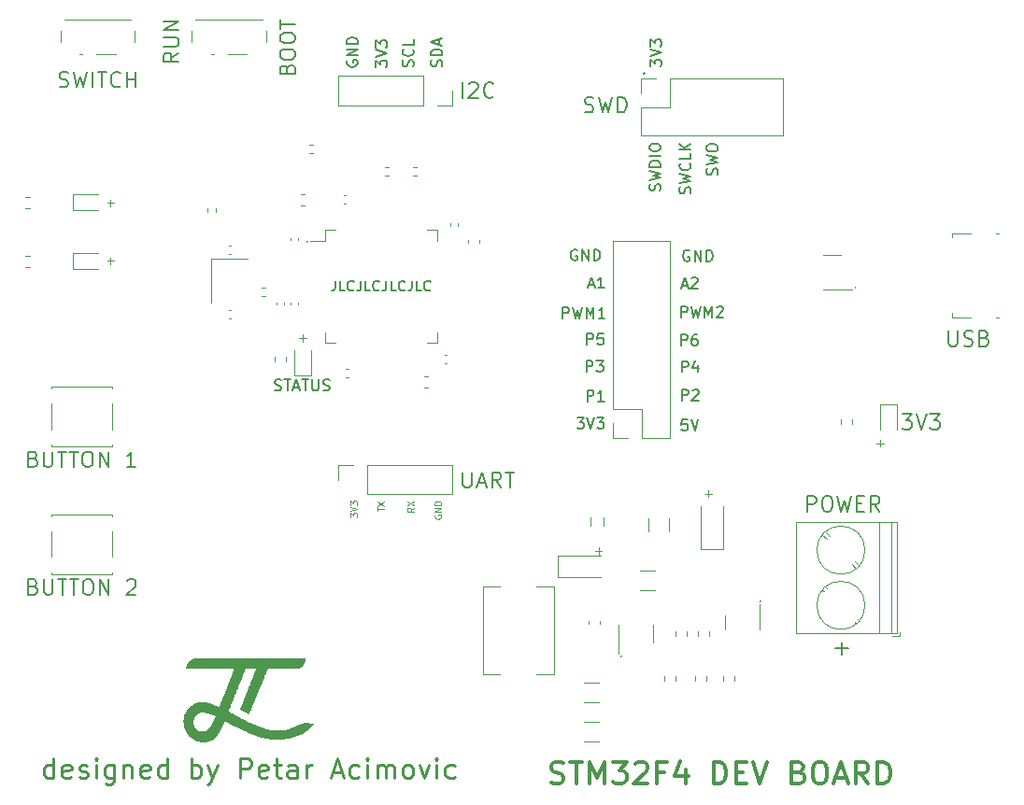
<source format=gbr>
%TF.GenerationSoftware,KiCad,Pcbnew,(6.0.9)*%
%TF.CreationDate,2022-12-02T11:09:33-06:00*%
%TF.ProjectId,First_stm32,46697273-745f-4737-946d-33322e6b6963,rev?*%
%TF.SameCoordinates,Original*%
%TF.FileFunction,Legend,Top*%
%TF.FilePolarity,Positive*%
%FSLAX46Y46*%
G04 Gerber Fmt 4.6, Leading zero omitted, Abs format (unit mm)*
G04 Created by KiCad (PCBNEW (6.0.9)) date 2022-12-02 11:09:33*
%MOMM*%
%LPD*%
G01*
G04 APERTURE LIST*
%ADD10C,0.150000*%
%ADD11C,0.100000*%
%ADD12C,0.180000*%
%ADD13C,0.250000*%
%ADD14C,0.350000*%
%ADD15C,0.120000*%
G04 APERTURE END LIST*
D10*
X122885200Y-75438000D02*
G75*
G03*
X122885200Y-75438000I-50800J0D01*
G01*
X151333200Y-113030000D02*
G75*
G03*
X151333200Y-113030000I-50800J0D01*
G01*
X163931600Y-108051600D02*
G75*
G03*
X163931600Y-108051600I-50800J0D01*
G01*
X153437042Y-60198000D02*
G75*
G03*
X153437042Y-60198000I-71842J0D01*
G01*
X172516800Y-79654400D02*
G75*
G03*
X172516800Y-79654400I-50800J0D01*
G01*
D11*
X158902438Y-98304342D02*
X159511961Y-98304342D01*
X159207200Y-98609104D02*
X159207200Y-97999580D01*
D10*
X170726171Y-112324342D02*
X171869028Y-112324342D01*
X171297600Y-112895771D02*
X171297600Y-111752914D01*
D11*
X132503828Y-99566400D02*
X132218114Y-99766400D01*
X132503828Y-99909257D02*
X131903828Y-99909257D01*
X131903828Y-99680685D01*
X131932400Y-99623542D01*
X131960971Y-99594971D01*
X132018114Y-99566400D01*
X132103828Y-99566400D01*
X132160971Y-99594971D01*
X132189542Y-99623542D01*
X132218114Y-99680685D01*
X132218114Y-99909257D01*
X131903828Y-99366400D02*
X132503828Y-98966400D01*
X131903828Y-98966400D02*
X132503828Y-99366400D01*
D10*
X156716647Y-82316580D02*
X156716647Y-81316580D01*
X157097600Y-81316580D01*
X157192838Y-81364200D01*
X157240457Y-81411819D01*
X157288076Y-81507057D01*
X157288076Y-81649914D01*
X157240457Y-81745152D01*
X157192838Y-81792771D01*
X157097600Y-81840390D01*
X156716647Y-81840390D01*
X157621409Y-81316580D02*
X157859504Y-82316580D01*
X158049980Y-81602295D01*
X158240457Y-82316580D01*
X158478552Y-81316580D01*
X158859504Y-82316580D02*
X158859504Y-81316580D01*
X159192838Y-82030866D01*
X159526171Y-81316580D01*
X159526171Y-82316580D01*
X159954742Y-81411819D02*
X160002361Y-81364200D01*
X160097600Y-81316580D01*
X160335695Y-81316580D01*
X160430933Y-81364200D01*
X160478552Y-81411819D01*
X160526171Y-81507057D01*
X160526171Y-81602295D01*
X160478552Y-81745152D01*
X159907123Y-82316580D01*
X160526171Y-82316580D01*
D12*
X100386000Y-61374266D02*
X100586000Y-61440933D01*
X100919333Y-61440933D01*
X101052666Y-61374266D01*
X101119333Y-61307600D01*
X101186000Y-61174266D01*
X101186000Y-61040933D01*
X101119333Y-60907600D01*
X101052666Y-60840933D01*
X100919333Y-60774266D01*
X100652666Y-60707600D01*
X100519333Y-60640933D01*
X100452666Y-60574266D01*
X100386000Y-60440933D01*
X100386000Y-60307600D01*
X100452666Y-60174266D01*
X100519333Y-60107600D01*
X100652666Y-60040933D01*
X100986000Y-60040933D01*
X101186000Y-60107600D01*
X101652666Y-60040933D02*
X101986000Y-61440933D01*
X102252666Y-60440933D01*
X102519333Y-61440933D01*
X102852666Y-60040933D01*
X103386000Y-61440933D02*
X103386000Y-60040933D01*
X103852666Y-60040933D02*
X104652666Y-60040933D01*
X104252666Y-61440933D02*
X104252666Y-60040933D01*
X105919333Y-61307600D02*
X105852666Y-61374266D01*
X105652666Y-61440933D01*
X105519333Y-61440933D01*
X105319333Y-61374266D01*
X105186000Y-61240933D01*
X105119333Y-61107600D01*
X105052666Y-60840933D01*
X105052666Y-60640933D01*
X105119333Y-60374266D01*
X105186000Y-60240933D01*
X105319333Y-60107600D01*
X105519333Y-60040933D01*
X105652666Y-60040933D01*
X105852666Y-60107600D01*
X105919333Y-60174266D01*
X106519333Y-61440933D02*
X106519333Y-60040933D01*
X106519333Y-60707600D02*
X107319333Y-60707600D01*
X107319333Y-61440933D02*
X107319333Y-60040933D01*
D11*
X134421600Y-100228342D02*
X134393028Y-100285485D01*
X134393028Y-100371200D01*
X134421600Y-100456914D01*
X134478742Y-100514057D01*
X134535885Y-100542628D01*
X134650171Y-100571200D01*
X134735885Y-100571200D01*
X134850171Y-100542628D01*
X134907314Y-100514057D01*
X134964457Y-100456914D01*
X134993028Y-100371200D01*
X134993028Y-100314057D01*
X134964457Y-100228342D01*
X134935885Y-100199771D01*
X134735885Y-100199771D01*
X134735885Y-100314057D01*
X134993028Y-99942628D02*
X134393028Y-99942628D01*
X134993028Y-99599771D01*
X134393028Y-99599771D01*
X134993028Y-99314057D02*
X134393028Y-99314057D01*
X134393028Y-99171200D01*
X134421600Y-99085485D01*
X134478742Y-99028342D01*
X134535885Y-98999771D01*
X134650171Y-98971200D01*
X134735885Y-98971200D01*
X134850171Y-98999771D01*
X134907314Y-99028342D01*
X134964457Y-99085485D01*
X134993028Y-99171200D01*
X134993028Y-99314057D01*
D10*
X129068580Y-59632695D02*
X129068580Y-59013647D01*
X129449533Y-59346980D01*
X129449533Y-59204123D01*
X129497152Y-59108885D01*
X129544771Y-59061266D01*
X129640009Y-59013647D01*
X129878104Y-59013647D01*
X129973342Y-59061266D01*
X130020961Y-59108885D01*
X130068580Y-59204123D01*
X130068580Y-59489838D01*
X130020961Y-59585076D01*
X129973342Y-59632695D01*
X129068580Y-58727933D02*
X130068580Y-58394600D01*
X129068580Y-58061266D01*
X129068580Y-57823171D02*
X129068580Y-57204123D01*
X129449533Y-57537457D01*
X129449533Y-57394600D01*
X129497152Y-57299361D01*
X129544771Y-57251742D01*
X129640009Y-57204123D01*
X129878104Y-57204123D01*
X129973342Y-57251742D01*
X130020961Y-57299361D01*
X130068580Y-57394600D01*
X130068580Y-57680314D01*
X130020961Y-57775552D01*
X129973342Y-57823171D01*
X157529161Y-71070504D02*
X157576780Y-70927647D01*
X157576780Y-70689552D01*
X157529161Y-70594314D01*
X157481542Y-70546695D01*
X157386304Y-70499076D01*
X157291066Y-70499076D01*
X157195828Y-70546695D01*
X157148209Y-70594314D01*
X157100590Y-70689552D01*
X157052971Y-70880028D01*
X157005352Y-70975266D01*
X156957733Y-71022885D01*
X156862495Y-71070504D01*
X156767257Y-71070504D01*
X156672019Y-71022885D01*
X156624400Y-70975266D01*
X156576780Y-70880028D01*
X156576780Y-70641933D01*
X156624400Y-70499076D01*
X156576780Y-70165742D02*
X157576780Y-69927647D01*
X156862495Y-69737171D01*
X157576780Y-69546695D01*
X156576780Y-69308600D01*
X157481542Y-68356219D02*
X157529161Y-68403838D01*
X157576780Y-68546695D01*
X157576780Y-68641933D01*
X157529161Y-68784790D01*
X157433923Y-68880028D01*
X157338685Y-68927647D01*
X157148209Y-68975266D01*
X157005352Y-68975266D01*
X156814876Y-68927647D01*
X156719638Y-68880028D01*
X156624400Y-68784790D01*
X156576780Y-68641933D01*
X156576780Y-68546695D01*
X156624400Y-68403838D01*
X156672019Y-68356219D01*
X157576780Y-67451457D02*
X157576780Y-67927647D01*
X156576780Y-67927647D01*
X157576780Y-67118123D02*
X156576780Y-67118123D01*
X157576780Y-66546695D02*
X157005352Y-66975266D01*
X156576780Y-66546695D02*
X157148209Y-67118123D01*
X125382857Y-79009142D02*
X125382857Y-79652000D01*
X125340000Y-79780571D01*
X125254285Y-79866285D01*
X125125714Y-79909142D01*
X125040000Y-79909142D01*
X126240000Y-79909142D02*
X125811428Y-79909142D01*
X125811428Y-79009142D01*
X127054285Y-79823428D02*
X127011428Y-79866285D01*
X126882857Y-79909142D01*
X126797142Y-79909142D01*
X126668571Y-79866285D01*
X126582857Y-79780571D01*
X126540000Y-79694857D01*
X126497142Y-79523428D01*
X126497142Y-79394857D01*
X126540000Y-79223428D01*
X126582857Y-79137714D01*
X126668571Y-79052000D01*
X126797142Y-79009142D01*
X126882857Y-79009142D01*
X127011428Y-79052000D01*
X127054285Y-79094857D01*
X127697142Y-79009142D02*
X127697142Y-79652000D01*
X127654285Y-79780571D01*
X127568571Y-79866285D01*
X127440000Y-79909142D01*
X127354285Y-79909142D01*
X128554285Y-79909142D02*
X128125714Y-79909142D01*
X128125714Y-79009142D01*
X129368571Y-79823428D02*
X129325714Y-79866285D01*
X129197142Y-79909142D01*
X129111428Y-79909142D01*
X128982857Y-79866285D01*
X128897142Y-79780571D01*
X128854285Y-79694857D01*
X128811428Y-79523428D01*
X128811428Y-79394857D01*
X128854285Y-79223428D01*
X128897142Y-79137714D01*
X128982857Y-79052000D01*
X129111428Y-79009142D01*
X129197142Y-79009142D01*
X129325714Y-79052000D01*
X129368571Y-79094857D01*
X130011428Y-79009142D02*
X130011428Y-79652000D01*
X129968571Y-79780571D01*
X129882857Y-79866285D01*
X129754285Y-79909142D01*
X129668571Y-79909142D01*
X130868571Y-79909142D02*
X130440000Y-79909142D01*
X130440000Y-79009142D01*
X131682857Y-79823428D02*
X131640000Y-79866285D01*
X131511428Y-79909142D01*
X131425714Y-79909142D01*
X131297142Y-79866285D01*
X131211428Y-79780571D01*
X131168571Y-79694857D01*
X131125714Y-79523428D01*
X131125714Y-79394857D01*
X131168571Y-79223428D01*
X131211428Y-79137714D01*
X131297142Y-79052000D01*
X131425714Y-79009142D01*
X131511428Y-79009142D01*
X131640000Y-79052000D01*
X131682857Y-79094857D01*
X132325714Y-79009142D02*
X132325714Y-79652000D01*
X132282857Y-79780571D01*
X132197142Y-79866285D01*
X132068571Y-79909142D01*
X131982857Y-79909142D01*
X133182857Y-79909142D02*
X132754285Y-79909142D01*
X132754285Y-79009142D01*
X133997142Y-79823428D02*
X133954285Y-79866285D01*
X133825714Y-79909142D01*
X133740000Y-79909142D01*
X133611428Y-79866285D01*
X133525714Y-79780571D01*
X133482857Y-79694857D01*
X133440000Y-79523428D01*
X133440000Y-79394857D01*
X133482857Y-79223428D01*
X133525714Y-79137714D01*
X133611428Y-79052000D01*
X133740000Y-79009142D01*
X133825714Y-79009142D01*
X133954285Y-79052000D01*
X133997142Y-79094857D01*
D12*
X136933266Y-96337533D02*
X136933266Y-97470866D01*
X136999933Y-97604200D01*
X137066600Y-97670866D01*
X137199933Y-97737533D01*
X137466600Y-97737533D01*
X137599933Y-97670866D01*
X137666600Y-97604200D01*
X137733266Y-97470866D01*
X137733266Y-96337533D01*
X138333266Y-97337533D02*
X138999933Y-97337533D01*
X138199933Y-97737533D02*
X138666600Y-96337533D01*
X139133266Y-97737533D01*
X140399933Y-97737533D02*
X139933266Y-97070866D01*
X139599933Y-97737533D02*
X139599933Y-96337533D01*
X140133266Y-96337533D01*
X140266600Y-96404200D01*
X140333266Y-96470866D01*
X140399933Y-96604200D01*
X140399933Y-96804200D01*
X140333266Y-96937533D01*
X140266600Y-97004200D01*
X140133266Y-97070866D01*
X139599933Y-97070866D01*
X140799933Y-96337533D02*
X141599933Y-96337533D01*
X141199933Y-97737533D02*
X141199933Y-96337533D01*
D10*
X147294695Y-76208000D02*
X147199457Y-76160380D01*
X147056600Y-76160380D01*
X146913742Y-76208000D01*
X146818504Y-76303238D01*
X146770885Y-76398476D01*
X146723266Y-76588952D01*
X146723266Y-76731809D01*
X146770885Y-76922285D01*
X146818504Y-77017523D01*
X146913742Y-77112761D01*
X147056600Y-77160380D01*
X147151838Y-77160380D01*
X147294695Y-77112761D01*
X147342314Y-77065142D01*
X147342314Y-76731809D01*
X147151838Y-76731809D01*
X147770885Y-77160380D02*
X147770885Y-76160380D01*
X148342314Y-77160380D01*
X148342314Y-76160380D01*
X148818504Y-77160380D02*
X148818504Y-76160380D01*
X149056600Y-76160380D01*
X149199457Y-76208000D01*
X149294695Y-76303238D01*
X149342314Y-76398476D01*
X149389933Y-76588952D01*
X149389933Y-76731809D01*
X149342314Y-76922285D01*
X149294695Y-77017523D01*
X149199457Y-77112761D01*
X149056600Y-77160380D01*
X148818504Y-77160380D01*
D12*
X98020733Y-95150000D02*
X98220733Y-95216666D01*
X98287400Y-95283333D01*
X98354066Y-95416666D01*
X98354066Y-95616666D01*
X98287400Y-95750000D01*
X98220733Y-95816666D01*
X98087400Y-95883333D01*
X97554066Y-95883333D01*
X97554066Y-94483333D01*
X98020733Y-94483333D01*
X98154066Y-94550000D01*
X98220733Y-94616666D01*
X98287400Y-94750000D01*
X98287400Y-94883333D01*
X98220733Y-95016666D01*
X98154066Y-95083333D01*
X98020733Y-95150000D01*
X97554066Y-95150000D01*
X98954066Y-94483333D02*
X98954066Y-95616666D01*
X99020733Y-95750000D01*
X99087400Y-95816666D01*
X99220733Y-95883333D01*
X99487400Y-95883333D01*
X99620733Y-95816666D01*
X99687400Y-95750000D01*
X99754066Y-95616666D01*
X99754066Y-94483333D01*
X100220733Y-94483333D02*
X101020733Y-94483333D01*
X100620733Y-95883333D02*
X100620733Y-94483333D01*
X101287400Y-94483333D02*
X102087400Y-94483333D01*
X101687400Y-95883333D02*
X101687400Y-94483333D01*
X102820733Y-94483333D02*
X103087400Y-94483333D01*
X103220733Y-94550000D01*
X103354066Y-94683333D01*
X103420733Y-94950000D01*
X103420733Y-95416666D01*
X103354066Y-95683333D01*
X103220733Y-95816666D01*
X103087400Y-95883333D01*
X102820733Y-95883333D01*
X102687400Y-95816666D01*
X102554066Y-95683333D01*
X102487400Y-95416666D01*
X102487400Y-94950000D01*
X102554066Y-94683333D01*
X102687400Y-94550000D01*
X102820733Y-94483333D01*
X104020733Y-95883333D02*
X104020733Y-94483333D01*
X104820733Y-95883333D01*
X104820733Y-94483333D01*
X107287400Y-95883333D02*
X106487400Y-95883333D01*
X106887400Y-95883333D02*
X106887400Y-94483333D01*
X106754066Y-94683333D01*
X106620733Y-94816666D01*
X106487400Y-94883333D01*
D10*
X156716504Y-84856580D02*
X156716504Y-83856580D01*
X157097457Y-83856580D01*
X157192695Y-83904200D01*
X157240314Y-83951819D01*
X157287933Y-84047057D01*
X157287933Y-84189914D01*
X157240314Y-84285152D01*
X157192695Y-84332771D01*
X157097457Y-84380390D01*
X156716504Y-84380390D01*
X158145076Y-83856580D02*
X157954600Y-83856580D01*
X157859361Y-83904200D01*
X157811742Y-83951819D01*
X157716504Y-84094676D01*
X157668885Y-84285152D01*
X157668885Y-84666104D01*
X157716504Y-84761342D01*
X157764123Y-84808961D01*
X157859361Y-84856580D01*
X158049838Y-84856580D01*
X158145076Y-84808961D01*
X158192695Y-84761342D01*
X158240314Y-84666104D01*
X158240314Y-84428009D01*
X158192695Y-84332771D01*
X158145076Y-84285152D01*
X158049838Y-84237533D01*
X157859361Y-84237533D01*
X157764123Y-84285152D01*
X157716504Y-84332771D01*
X157668885Y-84428009D01*
D11*
X104698838Y-71939142D02*
X105308361Y-71939142D01*
X105003600Y-72243904D02*
X105003600Y-71634380D01*
D10*
X132433961Y-59559676D02*
X132481580Y-59416819D01*
X132481580Y-59178723D01*
X132433961Y-59083485D01*
X132386342Y-59035866D01*
X132291104Y-58988247D01*
X132195866Y-58988247D01*
X132100628Y-59035866D01*
X132053009Y-59083485D01*
X132005390Y-59178723D01*
X131957771Y-59369200D01*
X131910152Y-59464438D01*
X131862533Y-59512057D01*
X131767295Y-59559676D01*
X131672057Y-59559676D01*
X131576819Y-59512057D01*
X131529200Y-59464438D01*
X131481580Y-59369200D01*
X131481580Y-59131104D01*
X131529200Y-58988247D01*
X132386342Y-57988247D02*
X132433961Y-58035866D01*
X132481580Y-58178723D01*
X132481580Y-58273961D01*
X132433961Y-58416819D01*
X132338723Y-58512057D01*
X132243485Y-58559676D01*
X132053009Y-58607295D01*
X131910152Y-58607295D01*
X131719676Y-58559676D01*
X131624438Y-58512057D01*
X131529200Y-58416819D01*
X131481580Y-58273961D01*
X131481580Y-58178723D01*
X131529200Y-58035866D01*
X131576819Y-57988247D01*
X132481580Y-57083485D02*
X132481580Y-57559676D01*
X131481580Y-57559676D01*
X156792704Y-87269580D02*
X156792704Y-86269580D01*
X157173657Y-86269580D01*
X157268895Y-86317200D01*
X157316514Y-86364819D01*
X157364133Y-86460057D01*
X157364133Y-86602914D01*
X157316514Y-86698152D01*
X157268895Y-86745771D01*
X157173657Y-86793390D01*
X156792704Y-86793390D01*
X158221276Y-86602914D02*
X158221276Y-87269580D01*
X157983180Y-86221961D02*
X157745085Y-86936247D01*
X158364133Y-86936247D01*
X154811361Y-70800647D02*
X154858980Y-70657790D01*
X154858980Y-70419695D01*
X154811361Y-70324457D01*
X154763742Y-70276838D01*
X154668504Y-70229219D01*
X154573266Y-70229219D01*
X154478028Y-70276838D01*
X154430409Y-70324457D01*
X154382790Y-70419695D01*
X154335171Y-70610171D01*
X154287552Y-70705409D01*
X154239933Y-70753028D01*
X154144695Y-70800647D01*
X154049457Y-70800647D01*
X153954219Y-70753028D01*
X153906600Y-70705409D01*
X153858980Y-70610171D01*
X153858980Y-70372076D01*
X153906600Y-70229219D01*
X153858980Y-69895885D02*
X154858980Y-69657790D01*
X154144695Y-69467314D01*
X154858980Y-69276838D01*
X153858980Y-69038742D01*
X154858980Y-68657790D02*
X153858980Y-68657790D01*
X153858980Y-68419695D01*
X153906600Y-68276838D01*
X154001838Y-68181600D01*
X154097076Y-68133980D01*
X154287552Y-68086361D01*
X154430409Y-68086361D01*
X154620885Y-68133980D01*
X154716123Y-68181600D01*
X154811361Y-68276838D01*
X154858980Y-68419695D01*
X154858980Y-68657790D01*
X154858980Y-67657790D02*
X153858980Y-67657790D01*
X153858980Y-66991123D02*
X153858980Y-66800647D01*
X153906600Y-66705409D01*
X154001838Y-66610171D01*
X154192314Y-66562552D01*
X154525647Y-66562552D01*
X154716123Y-66610171D01*
X154811361Y-66705409D01*
X154858980Y-66800647D01*
X154858980Y-66991123D01*
X154811361Y-67086361D01*
X154716123Y-67181600D01*
X154525647Y-67229219D01*
X154192314Y-67229219D01*
X154001838Y-67181600D01*
X153906600Y-67086361D01*
X153858980Y-66991123D01*
X157289523Y-91552780D02*
X156813333Y-91552780D01*
X156765714Y-92028971D01*
X156813333Y-91981352D01*
X156908571Y-91933733D01*
X157146666Y-91933733D01*
X157241904Y-91981352D01*
X157289523Y-92028971D01*
X157337142Y-92124209D01*
X157337142Y-92362304D01*
X157289523Y-92457542D01*
X157241904Y-92505161D01*
X157146666Y-92552780D01*
X156908571Y-92552780D01*
X156813333Y-92505161D01*
X156765714Y-92457542D01*
X157622857Y-91552780D02*
X157956190Y-92552780D01*
X158289523Y-91552780D01*
D11*
X104698838Y-77171542D02*
X105308361Y-77171542D01*
X105003600Y-77476304D02*
X105003600Y-76866780D01*
X174447238Y-93732342D02*
X175056761Y-93732342D01*
X174752000Y-94037104D02*
X174752000Y-93427580D01*
D12*
X98046133Y-106732400D02*
X98246133Y-106799066D01*
X98312800Y-106865733D01*
X98379466Y-106999066D01*
X98379466Y-107199066D01*
X98312800Y-107332400D01*
X98246133Y-107399066D01*
X98112800Y-107465733D01*
X97579466Y-107465733D01*
X97579466Y-106065733D01*
X98046133Y-106065733D01*
X98179466Y-106132400D01*
X98246133Y-106199066D01*
X98312800Y-106332400D01*
X98312800Y-106465733D01*
X98246133Y-106599066D01*
X98179466Y-106665733D01*
X98046133Y-106732400D01*
X97579466Y-106732400D01*
X98979466Y-106065733D02*
X98979466Y-107199066D01*
X99046133Y-107332400D01*
X99112800Y-107399066D01*
X99246133Y-107465733D01*
X99512800Y-107465733D01*
X99646133Y-107399066D01*
X99712800Y-107332400D01*
X99779466Y-107199066D01*
X99779466Y-106065733D01*
X100246133Y-106065733D02*
X101046133Y-106065733D01*
X100646133Y-107465733D02*
X100646133Y-106065733D01*
X101312800Y-106065733D02*
X102112800Y-106065733D01*
X101712800Y-107465733D02*
X101712800Y-106065733D01*
X102846133Y-106065733D02*
X103112800Y-106065733D01*
X103246133Y-106132400D01*
X103379466Y-106265733D01*
X103446133Y-106532400D01*
X103446133Y-106999066D01*
X103379466Y-107265733D01*
X103246133Y-107399066D01*
X103112800Y-107465733D01*
X102846133Y-107465733D01*
X102712800Y-107399066D01*
X102579466Y-107265733D01*
X102512800Y-106999066D01*
X102512800Y-106532400D01*
X102579466Y-106265733D01*
X102712800Y-106132400D01*
X102846133Y-106065733D01*
X104046133Y-107465733D02*
X104046133Y-106065733D01*
X104846133Y-107465733D01*
X104846133Y-106065733D01*
X106512800Y-106199066D02*
X106579466Y-106132400D01*
X106712800Y-106065733D01*
X107046133Y-106065733D01*
X107179466Y-106132400D01*
X107246133Y-106199066D01*
X107312800Y-106332400D01*
X107312800Y-106465733D01*
X107246133Y-106665733D01*
X106446133Y-107465733D01*
X107312800Y-107465733D01*
D10*
X148131304Y-87218780D02*
X148131304Y-86218780D01*
X148512257Y-86218780D01*
X148607495Y-86266400D01*
X148655114Y-86314019D01*
X148702733Y-86409257D01*
X148702733Y-86552114D01*
X148655114Y-86647352D01*
X148607495Y-86694971D01*
X148512257Y-86742590D01*
X148131304Y-86742590D01*
X149036066Y-86218780D02*
X149655114Y-86218780D01*
X149321780Y-86599733D01*
X149464638Y-86599733D01*
X149559876Y-86647352D01*
X149607495Y-86694971D01*
X149655114Y-86790209D01*
X149655114Y-87028304D01*
X149607495Y-87123542D01*
X149559876Y-87171161D01*
X149464638Y-87218780D01*
X149178923Y-87218780D01*
X149083685Y-87171161D01*
X149036066Y-87123542D01*
X156791114Y-79414666D02*
X157267304Y-79414666D01*
X156695876Y-79700380D02*
X157029209Y-78700380D01*
X157362542Y-79700380D01*
X157648257Y-78795619D02*
X157695876Y-78748000D01*
X157791114Y-78700380D01*
X158029209Y-78700380D01*
X158124447Y-78748000D01*
X158172066Y-78795619D01*
X158219685Y-78890857D01*
X158219685Y-78986095D01*
X158172066Y-79128952D01*
X157600638Y-79700380D01*
X158219685Y-79700380D01*
X159992961Y-69376752D02*
X160040580Y-69233895D01*
X160040580Y-68995800D01*
X159992961Y-68900561D01*
X159945342Y-68852942D01*
X159850104Y-68805323D01*
X159754866Y-68805323D01*
X159659628Y-68852942D01*
X159612009Y-68900561D01*
X159564390Y-68995800D01*
X159516771Y-69186276D01*
X159469152Y-69281514D01*
X159421533Y-69329133D01*
X159326295Y-69376752D01*
X159231057Y-69376752D01*
X159135819Y-69329133D01*
X159088200Y-69281514D01*
X159040580Y-69186276D01*
X159040580Y-68948180D01*
X159088200Y-68805323D01*
X159040580Y-68471990D02*
X160040580Y-68233895D01*
X159326295Y-68043419D01*
X160040580Y-67852942D01*
X159040580Y-67614847D01*
X159040580Y-67043419D02*
X159040580Y-66852942D01*
X159088200Y-66757704D01*
X159183438Y-66662466D01*
X159373914Y-66614847D01*
X159707247Y-66614847D01*
X159897723Y-66662466D01*
X159992961Y-66757704D01*
X160040580Y-66852942D01*
X160040580Y-67043419D01*
X159992961Y-67138657D01*
X159897723Y-67233895D01*
X159707247Y-67281514D01*
X159373914Y-67281514D01*
X159183438Y-67233895D01*
X159088200Y-67138657D01*
X159040580Y-67043419D01*
D12*
X176752466Y-91079733D02*
X177619133Y-91079733D01*
X177152466Y-91613066D01*
X177352466Y-91613066D01*
X177485800Y-91679733D01*
X177552466Y-91746400D01*
X177619133Y-91879733D01*
X177619133Y-92213066D01*
X177552466Y-92346400D01*
X177485800Y-92413066D01*
X177352466Y-92479733D01*
X176952466Y-92479733D01*
X176819133Y-92413066D01*
X176752466Y-92346400D01*
X178019133Y-91079733D02*
X178485800Y-92479733D01*
X178952466Y-91079733D01*
X179285800Y-91079733D02*
X180152466Y-91079733D01*
X179685800Y-91613066D01*
X179885800Y-91613066D01*
X180019133Y-91679733D01*
X180085800Y-91746400D01*
X180152466Y-91879733D01*
X180152466Y-92213066D01*
X180085800Y-92346400D01*
X180019133Y-92413066D01*
X179885800Y-92479733D01*
X179485800Y-92479733D01*
X179352466Y-92413066D01*
X179285800Y-92346400D01*
X147985400Y-63660266D02*
X148185400Y-63726933D01*
X148518733Y-63726933D01*
X148652066Y-63660266D01*
X148718733Y-63593600D01*
X148785400Y-63460266D01*
X148785400Y-63326933D01*
X148718733Y-63193600D01*
X148652066Y-63126933D01*
X148518733Y-63060266D01*
X148252066Y-62993600D01*
X148118733Y-62926933D01*
X148052066Y-62860266D01*
X147985400Y-62726933D01*
X147985400Y-62593600D01*
X148052066Y-62460266D01*
X148118733Y-62393600D01*
X148252066Y-62326933D01*
X148585400Y-62326933D01*
X148785400Y-62393600D01*
X149252066Y-62326933D02*
X149585400Y-63726933D01*
X149852066Y-62726933D01*
X150118733Y-63726933D01*
X150452066Y-62326933D01*
X150985400Y-63726933D02*
X150985400Y-62326933D01*
X151318733Y-62326933D01*
X151518733Y-62393600D01*
X151652066Y-62526933D01*
X151718733Y-62660266D01*
X151785400Y-62926933D01*
X151785400Y-63126933D01*
X151718733Y-63393600D01*
X151652066Y-63526933D01*
X151518733Y-63660266D01*
X151318733Y-63726933D01*
X150985400Y-63726933D01*
X136910933Y-62406133D02*
X136910933Y-61006133D01*
X137510933Y-61139466D02*
X137577600Y-61072800D01*
X137710933Y-61006133D01*
X138044266Y-61006133D01*
X138177600Y-61072800D01*
X138244266Y-61139466D01*
X138310933Y-61272800D01*
X138310933Y-61406133D01*
X138244266Y-61606133D01*
X137444266Y-62406133D01*
X138310933Y-62406133D01*
X139710933Y-62272800D02*
X139644266Y-62339466D01*
X139444266Y-62406133D01*
X139310933Y-62406133D01*
X139110933Y-62339466D01*
X138977600Y-62206133D01*
X138910933Y-62072800D01*
X138844266Y-61806133D01*
X138844266Y-61606133D01*
X138910933Y-61339466D01*
X138977600Y-61206133D01*
X139110933Y-61072800D01*
X139310933Y-61006133D01*
X139444266Y-61006133D01*
X139644266Y-61072800D01*
X139710933Y-61139466D01*
X121032600Y-59786600D02*
X121099266Y-59586600D01*
X121165933Y-59519933D01*
X121299266Y-59453266D01*
X121499266Y-59453266D01*
X121632600Y-59519933D01*
X121699266Y-59586600D01*
X121765933Y-59719933D01*
X121765933Y-60253266D01*
X120365933Y-60253266D01*
X120365933Y-59786600D01*
X120432600Y-59653266D01*
X120499266Y-59586600D01*
X120632600Y-59519933D01*
X120765933Y-59519933D01*
X120899266Y-59586600D01*
X120965933Y-59653266D01*
X121032600Y-59786600D01*
X121032600Y-60253266D01*
X120365933Y-58586600D02*
X120365933Y-58319933D01*
X120432600Y-58186600D01*
X120565933Y-58053266D01*
X120832600Y-57986600D01*
X121299266Y-57986600D01*
X121565933Y-58053266D01*
X121699266Y-58186600D01*
X121765933Y-58319933D01*
X121765933Y-58586600D01*
X121699266Y-58719933D01*
X121565933Y-58853266D01*
X121299266Y-58919933D01*
X120832600Y-58919933D01*
X120565933Y-58853266D01*
X120432600Y-58719933D01*
X120365933Y-58586600D01*
X120365933Y-57119933D02*
X120365933Y-56853266D01*
X120432600Y-56719933D01*
X120565933Y-56586600D01*
X120832600Y-56519933D01*
X121299266Y-56519933D01*
X121565933Y-56586600D01*
X121699266Y-56719933D01*
X121765933Y-56853266D01*
X121765933Y-57119933D01*
X121699266Y-57253266D01*
X121565933Y-57386600D01*
X121299266Y-57453266D01*
X120832600Y-57453266D01*
X120565933Y-57386600D01*
X120432600Y-57253266D01*
X120365933Y-57119933D01*
X120365933Y-56119933D02*
X120365933Y-55319933D01*
X121765933Y-55719933D02*
X120365933Y-55719933D01*
D13*
X99859142Y-124055085D02*
X99859142Y-122255085D01*
X99859142Y-123969371D02*
X99687714Y-124055085D01*
X99344857Y-124055085D01*
X99173428Y-123969371D01*
X99087714Y-123883657D01*
X99002000Y-123712228D01*
X99002000Y-123197942D01*
X99087714Y-123026514D01*
X99173428Y-122940800D01*
X99344857Y-122855085D01*
X99687714Y-122855085D01*
X99859142Y-122940800D01*
X101402000Y-123969371D02*
X101230571Y-124055085D01*
X100887714Y-124055085D01*
X100716285Y-123969371D01*
X100630571Y-123797942D01*
X100630571Y-123112228D01*
X100716285Y-122940800D01*
X100887714Y-122855085D01*
X101230571Y-122855085D01*
X101402000Y-122940800D01*
X101487714Y-123112228D01*
X101487714Y-123283657D01*
X100630571Y-123455085D01*
X102173428Y-123969371D02*
X102344857Y-124055085D01*
X102687714Y-124055085D01*
X102859142Y-123969371D01*
X102944857Y-123797942D01*
X102944857Y-123712228D01*
X102859142Y-123540800D01*
X102687714Y-123455085D01*
X102430571Y-123455085D01*
X102259142Y-123369371D01*
X102173428Y-123197942D01*
X102173428Y-123112228D01*
X102259142Y-122940800D01*
X102430571Y-122855085D01*
X102687714Y-122855085D01*
X102859142Y-122940800D01*
X103716285Y-124055085D02*
X103716285Y-122855085D01*
X103716285Y-122255085D02*
X103630571Y-122340800D01*
X103716285Y-122426514D01*
X103802000Y-122340800D01*
X103716285Y-122255085D01*
X103716285Y-122426514D01*
X105344857Y-122855085D02*
X105344857Y-124312228D01*
X105259142Y-124483657D01*
X105173428Y-124569371D01*
X105002000Y-124655085D01*
X104744857Y-124655085D01*
X104573428Y-124569371D01*
X105344857Y-123969371D02*
X105173428Y-124055085D01*
X104830571Y-124055085D01*
X104659142Y-123969371D01*
X104573428Y-123883657D01*
X104487714Y-123712228D01*
X104487714Y-123197942D01*
X104573428Y-123026514D01*
X104659142Y-122940800D01*
X104830571Y-122855085D01*
X105173428Y-122855085D01*
X105344857Y-122940800D01*
X106202000Y-122855085D02*
X106202000Y-124055085D01*
X106202000Y-123026514D02*
X106287714Y-122940800D01*
X106459142Y-122855085D01*
X106716285Y-122855085D01*
X106887714Y-122940800D01*
X106973428Y-123112228D01*
X106973428Y-124055085D01*
X108516285Y-123969371D02*
X108344857Y-124055085D01*
X108002000Y-124055085D01*
X107830571Y-123969371D01*
X107744857Y-123797942D01*
X107744857Y-123112228D01*
X107830571Y-122940800D01*
X108002000Y-122855085D01*
X108344857Y-122855085D01*
X108516285Y-122940800D01*
X108602000Y-123112228D01*
X108602000Y-123283657D01*
X107744857Y-123455085D01*
X110144857Y-124055085D02*
X110144857Y-122255085D01*
X110144857Y-123969371D02*
X109973428Y-124055085D01*
X109630571Y-124055085D01*
X109459142Y-123969371D01*
X109373428Y-123883657D01*
X109287714Y-123712228D01*
X109287714Y-123197942D01*
X109373428Y-123026514D01*
X109459142Y-122940800D01*
X109630571Y-122855085D01*
X109973428Y-122855085D01*
X110144857Y-122940800D01*
X112373428Y-124055085D02*
X112373428Y-122255085D01*
X112373428Y-122940800D02*
X112544857Y-122855085D01*
X112887714Y-122855085D01*
X113059142Y-122940800D01*
X113144857Y-123026514D01*
X113230571Y-123197942D01*
X113230571Y-123712228D01*
X113144857Y-123883657D01*
X113059142Y-123969371D01*
X112887714Y-124055085D01*
X112544857Y-124055085D01*
X112373428Y-123969371D01*
X113830571Y-122855085D02*
X114259142Y-124055085D01*
X114687714Y-122855085D02*
X114259142Y-124055085D01*
X114087714Y-124483657D01*
X114002000Y-124569371D01*
X113830571Y-124655085D01*
X116744857Y-124055085D02*
X116744857Y-122255085D01*
X117430571Y-122255085D01*
X117602000Y-122340800D01*
X117687714Y-122426514D01*
X117773428Y-122597942D01*
X117773428Y-122855085D01*
X117687714Y-123026514D01*
X117602000Y-123112228D01*
X117430571Y-123197942D01*
X116744857Y-123197942D01*
X119230571Y-123969371D02*
X119059142Y-124055085D01*
X118716285Y-124055085D01*
X118544857Y-123969371D01*
X118459142Y-123797942D01*
X118459142Y-123112228D01*
X118544857Y-122940800D01*
X118716285Y-122855085D01*
X119059142Y-122855085D01*
X119230571Y-122940800D01*
X119316285Y-123112228D01*
X119316285Y-123283657D01*
X118459142Y-123455085D01*
X119830571Y-122855085D02*
X120516285Y-122855085D01*
X120087714Y-122255085D02*
X120087714Y-123797942D01*
X120173428Y-123969371D01*
X120344857Y-124055085D01*
X120516285Y-124055085D01*
X121887714Y-124055085D02*
X121887714Y-123112228D01*
X121802000Y-122940800D01*
X121630571Y-122855085D01*
X121287714Y-122855085D01*
X121116285Y-122940800D01*
X121887714Y-123969371D02*
X121716285Y-124055085D01*
X121287714Y-124055085D01*
X121116285Y-123969371D01*
X121030571Y-123797942D01*
X121030571Y-123626514D01*
X121116285Y-123455085D01*
X121287714Y-123369371D01*
X121716285Y-123369371D01*
X121887714Y-123283657D01*
X122744857Y-124055085D02*
X122744857Y-122855085D01*
X122744857Y-123197942D02*
X122830571Y-123026514D01*
X122916285Y-122940800D01*
X123087714Y-122855085D01*
X123259142Y-122855085D01*
X125144857Y-123540800D02*
X126002000Y-123540800D01*
X124973428Y-124055085D02*
X125573428Y-122255085D01*
X126173428Y-124055085D01*
X127544857Y-123969371D02*
X127373428Y-124055085D01*
X127030571Y-124055085D01*
X126859142Y-123969371D01*
X126773428Y-123883657D01*
X126687714Y-123712228D01*
X126687714Y-123197942D01*
X126773428Y-123026514D01*
X126859142Y-122940800D01*
X127030571Y-122855085D01*
X127373428Y-122855085D01*
X127544857Y-122940800D01*
X128316285Y-124055085D02*
X128316285Y-122855085D01*
X128316285Y-122255085D02*
X128230571Y-122340800D01*
X128316285Y-122426514D01*
X128402000Y-122340800D01*
X128316285Y-122255085D01*
X128316285Y-122426514D01*
X129173428Y-124055085D02*
X129173428Y-122855085D01*
X129173428Y-123026514D02*
X129259142Y-122940800D01*
X129430571Y-122855085D01*
X129687714Y-122855085D01*
X129859142Y-122940800D01*
X129944857Y-123112228D01*
X129944857Y-124055085D01*
X129944857Y-123112228D02*
X130030571Y-122940800D01*
X130202000Y-122855085D01*
X130459142Y-122855085D01*
X130630571Y-122940800D01*
X130716285Y-123112228D01*
X130716285Y-124055085D01*
X131830571Y-124055085D02*
X131659142Y-123969371D01*
X131573428Y-123883657D01*
X131487714Y-123712228D01*
X131487714Y-123197942D01*
X131573428Y-123026514D01*
X131659142Y-122940800D01*
X131830571Y-122855085D01*
X132087714Y-122855085D01*
X132259142Y-122940800D01*
X132344857Y-123026514D01*
X132430571Y-123197942D01*
X132430571Y-123712228D01*
X132344857Y-123883657D01*
X132259142Y-123969371D01*
X132087714Y-124055085D01*
X131830571Y-124055085D01*
X133030571Y-122855085D02*
X133459142Y-124055085D01*
X133887714Y-122855085D01*
X134573428Y-124055085D02*
X134573428Y-122855085D01*
X134573428Y-122255085D02*
X134487714Y-122340800D01*
X134573428Y-122426514D01*
X134659142Y-122340800D01*
X134573428Y-122255085D01*
X134573428Y-122426514D01*
X136202000Y-123969371D02*
X136030571Y-124055085D01*
X135687714Y-124055085D01*
X135516285Y-123969371D01*
X135430571Y-123883657D01*
X135344857Y-123712228D01*
X135344857Y-123197942D01*
X135430571Y-123026514D01*
X135516285Y-122940800D01*
X135687714Y-122855085D01*
X136030571Y-122855085D01*
X136202000Y-122940800D01*
D10*
X135024761Y-59558085D02*
X135072380Y-59415228D01*
X135072380Y-59177133D01*
X135024761Y-59081895D01*
X134977142Y-59034276D01*
X134881904Y-58986657D01*
X134786666Y-58986657D01*
X134691428Y-59034276D01*
X134643809Y-59081895D01*
X134596190Y-59177133D01*
X134548571Y-59367609D01*
X134500952Y-59462847D01*
X134453333Y-59510466D01*
X134358095Y-59558085D01*
X134262857Y-59558085D01*
X134167619Y-59510466D01*
X134120000Y-59462847D01*
X134072380Y-59367609D01*
X134072380Y-59129514D01*
X134120000Y-58986657D01*
X135072380Y-58558085D02*
X134072380Y-58558085D01*
X134072380Y-58319990D01*
X134120000Y-58177133D01*
X134215238Y-58081895D01*
X134310476Y-58034276D01*
X134500952Y-57986657D01*
X134643809Y-57986657D01*
X134834285Y-58034276D01*
X134929523Y-58081895D01*
X135024761Y-58177133D01*
X135072380Y-58319990D01*
X135072380Y-58558085D01*
X134786666Y-57605704D02*
X134786666Y-57129514D01*
X135072380Y-57700942D02*
X134072380Y-57367609D01*
X135072380Y-57034276D01*
X156792704Y-89860380D02*
X156792704Y-88860380D01*
X157173657Y-88860380D01*
X157268895Y-88908000D01*
X157316514Y-88955619D01*
X157364133Y-89050857D01*
X157364133Y-89193714D01*
X157316514Y-89288952D01*
X157268895Y-89336571D01*
X157173657Y-89384190D01*
X156792704Y-89384190D01*
X157745085Y-88955619D02*
X157792704Y-88908000D01*
X157887942Y-88860380D01*
X158126038Y-88860380D01*
X158221276Y-88908000D01*
X158268895Y-88955619D01*
X158316514Y-89050857D01*
X158316514Y-89146095D01*
X158268895Y-89288952D01*
X157697466Y-89860380D01*
X158316514Y-89860380D01*
D12*
X180960933Y-83510533D02*
X180960933Y-84643866D01*
X181027600Y-84777200D01*
X181094266Y-84843866D01*
X181227600Y-84910533D01*
X181494266Y-84910533D01*
X181627600Y-84843866D01*
X181694266Y-84777200D01*
X181760933Y-84643866D01*
X181760933Y-83510533D01*
X182360933Y-84843866D02*
X182560933Y-84910533D01*
X182894266Y-84910533D01*
X183027600Y-84843866D01*
X183094266Y-84777200D01*
X183160933Y-84643866D01*
X183160933Y-84510533D01*
X183094266Y-84377200D01*
X183027600Y-84310533D01*
X182894266Y-84243866D01*
X182627600Y-84177200D01*
X182494266Y-84110533D01*
X182427600Y-84043866D01*
X182360933Y-83910533D01*
X182360933Y-83777200D01*
X182427600Y-83643866D01*
X182494266Y-83577200D01*
X182627600Y-83510533D01*
X182960933Y-83510533D01*
X183160933Y-83577200D01*
X184227600Y-84177200D02*
X184427600Y-84243866D01*
X184494266Y-84310533D01*
X184560933Y-84443866D01*
X184560933Y-84643866D01*
X184494266Y-84777200D01*
X184427600Y-84843866D01*
X184294266Y-84910533D01*
X183760933Y-84910533D01*
X183760933Y-83510533D01*
X184227600Y-83510533D01*
X184360933Y-83577200D01*
X184427600Y-83643866D01*
X184494266Y-83777200D01*
X184494266Y-83910533D01*
X184427600Y-84043866D01*
X184360933Y-84110533D01*
X184227600Y-84177200D01*
X183760933Y-84177200D01*
X111199533Y-58335733D02*
X110532866Y-58802400D01*
X111199533Y-59135733D02*
X109799533Y-59135733D01*
X109799533Y-58602400D01*
X109866200Y-58469066D01*
X109932866Y-58402400D01*
X110066200Y-58335733D01*
X110266200Y-58335733D01*
X110399533Y-58402400D01*
X110466200Y-58469066D01*
X110532866Y-58602400D01*
X110532866Y-59135733D01*
X109799533Y-57735733D02*
X110932866Y-57735733D01*
X111066200Y-57669066D01*
X111132866Y-57602400D01*
X111199533Y-57469066D01*
X111199533Y-57202400D01*
X111132866Y-57069066D01*
X111066200Y-57002400D01*
X110932866Y-56935733D01*
X109799533Y-56935733D01*
X111199533Y-56269066D02*
X109799533Y-56269066D01*
X111199533Y-55469066D01*
X109799533Y-55469066D01*
D10*
X148332914Y-79363866D02*
X148809104Y-79363866D01*
X148237676Y-79649580D02*
X148571009Y-78649580D01*
X148904342Y-79649580D01*
X149761485Y-79649580D02*
X149190057Y-79649580D01*
X149475771Y-79649580D02*
X149475771Y-78649580D01*
X149380533Y-78792438D01*
X149285295Y-78887676D01*
X149190057Y-78935295D01*
X119901009Y-88898361D02*
X120043866Y-88945980D01*
X120281961Y-88945980D01*
X120377200Y-88898361D01*
X120424819Y-88850742D01*
X120472438Y-88755504D01*
X120472438Y-88660266D01*
X120424819Y-88565028D01*
X120377200Y-88517409D01*
X120281961Y-88469790D01*
X120091485Y-88422171D01*
X119996247Y-88374552D01*
X119948628Y-88326933D01*
X119901009Y-88231695D01*
X119901009Y-88136457D01*
X119948628Y-88041219D01*
X119996247Y-87993600D01*
X120091485Y-87945980D01*
X120329580Y-87945980D01*
X120472438Y-87993600D01*
X120758152Y-87945980D02*
X121329580Y-87945980D01*
X121043866Y-88945980D02*
X121043866Y-87945980D01*
X121615295Y-88660266D02*
X122091485Y-88660266D01*
X121520057Y-88945980D02*
X121853390Y-87945980D01*
X122186723Y-88945980D01*
X122377200Y-87945980D02*
X122948628Y-87945980D01*
X122662914Y-88945980D02*
X122662914Y-87945980D01*
X123281961Y-87945980D02*
X123281961Y-88755504D01*
X123329580Y-88850742D01*
X123377200Y-88898361D01*
X123472438Y-88945980D01*
X123662914Y-88945980D01*
X123758152Y-88898361D01*
X123805771Y-88850742D01*
X123853390Y-88755504D01*
X123853390Y-87945980D01*
X124281961Y-88898361D02*
X124424819Y-88945980D01*
X124662914Y-88945980D01*
X124758152Y-88898361D01*
X124805771Y-88850742D01*
X124853390Y-88755504D01*
X124853390Y-88660266D01*
X124805771Y-88565028D01*
X124758152Y-88517409D01*
X124662914Y-88469790D01*
X124472438Y-88422171D01*
X124377200Y-88374552D01*
X124329580Y-88326933D01*
X124281961Y-88231695D01*
X124281961Y-88136457D01*
X124329580Y-88041219D01*
X124377200Y-87993600D01*
X124472438Y-87945980D01*
X124710533Y-87945980D01*
X124853390Y-87993600D01*
D11*
X122123238Y-84181942D02*
X122732761Y-84181942D01*
X122428000Y-84486704D02*
X122428000Y-83877180D01*
D10*
X126474600Y-59029504D02*
X126426980Y-59124742D01*
X126426980Y-59267600D01*
X126474600Y-59410457D01*
X126569838Y-59505695D01*
X126665076Y-59553314D01*
X126855552Y-59600933D01*
X126998409Y-59600933D01*
X127188885Y-59553314D01*
X127284123Y-59505695D01*
X127379361Y-59410457D01*
X127426980Y-59267600D01*
X127426980Y-59172361D01*
X127379361Y-59029504D01*
X127331742Y-58981885D01*
X126998409Y-58981885D01*
X126998409Y-59172361D01*
X127426980Y-58553314D02*
X126426980Y-58553314D01*
X127426980Y-57981885D01*
X126426980Y-57981885D01*
X127426980Y-57505695D02*
X126426980Y-57505695D01*
X126426980Y-57267600D01*
X126474600Y-57124742D01*
X126569838Y-57029504D01*
X126665076Y-56981885D01*
X126855552Y-56934266D01*
X126998409Y-56934266D01*
X127188885Y-56981885D01*
X127284123Y-57029504D01*
X127379361Y-57124742D01*
X127426980Y-57267600D01*
X127426980Y-57505695D01*
X148232904Y-89911180D02*
X148232904Y-88911180D01*
X148613857Y-88911180D01*
X148709095Y-88958800D01*
X148756714Y-89006419D01*
X148804333Y-89101657D01*
X148804333Y-89244514D01*
X148756714Y-89339752D01*
X148709095Y-89387371D01*
X148613857Y-89434990D01*
X148232904Y-89434990D01*
X149756714Y-89911180D02*
X149185285Y-89911180D01*
X149471000Y-89911180D02*
X149471000Y-88911180D01*
X149375761Y-89054038D01*
X149280523Y-89149276D01*
X149185285Y-89196895D01*
D12*
X168165866Y-99896533D02*
X168165866Y-98496533D01*
X168699200Y-98496533D01*
X168832533Y-98563200D01*
X168899200Y-98629866D01*
X168965866Y-98763200D01*
X168965866Y-98963200D01*
X168899200Y-99096533D01*
X168832533Y-99163200D01*
X168699200Y-99229866D01*
X168165866Y-99229866D01*
X169832533Y-98496533D02*
X170099200Y-98496533D01*
X170232533Y-98563200D01*
X170365866Y-98696533D01*
X170432533Y-98963200D01*
X170432533Y-99429866D01*
X170365866Y-99696533D01*
X170232533Y-99829866D01*
X170099200Y-99896533D01*
X169832533Y-99896533D01*
X169699200Y-99829866D01*
X169565866Y-99696533D01*
X169499200Y-99429866D01*
X169499200Y-98963200D01*
X169565866Y-98696533D01*
X169699200Y-98563200D01*
X169832533Y-98496533D01*
X170899200Y-98496533D02*
X171232533Y-99896533D01*
X171499200Y-98896533D01*
X171765866Y-99896533D01*
X172099200Y-98496533D01*
X172632533Y-99163200D02*
X173099200Y-99163200D01*
X173299200Y-99896533D02*
X172632533Y-99896533D01*
X172632533Y-98496533D01*
X173299200Y-98496533D01*
X174699200Y-99896533D02*
X174232533Y-99229866D01*
X173899200Y-99896533D02*
X173899200Y-98496533D01*
X174432533Y-98496533D01*
X174565866Y-98563200D01*
X174632533Y-98629866D01*
X174699200Y-98763200D01*
X174699200Y-98963200D01*
X174632533Y-99096533D01*
X174565866Y-99163200D01*
X174432533Y-99229866D01*
X173899200Y-99229866D01*
D11*
X148945638Y-103485942D02*
X149555161Y-103485942D01*
X149250400Y-103790704D02*
X149250400Y-103181180D01*
D14*
X144918447Y-124507523D02*
X145204161Y-124602761D01*
X145680352Y-124602761D01*
X145870828Y-124507523D01*
X145966066Y-124412285D01*
X146061304Y-124221809D01*
X146061304Y-124031333D01*
X145966066Y-123840857D01*
X145870828Y-123745619D01*
X145680352Y-123650380D01*
X145299400Y-123555142D01*
X145108923Y-123459904D01*
X145013685Y-123364666D01*
X144918447Y-123174190D01*
X144918447Y-122983714D01*
X145013685Y-122793238D01*
X145108923Y-122698000D01*
X145299400Y-122602761D01*
X145775590Y-122602761D01*
X146061304Y-122698000D01*
X146632733Y-122602761D02*
X147775590Y-122602761D01*
X147204161Y-124602761D02*
X147204161Y-122602761D01*
X148442257Y-124602761D02*
X148442257Y-122602761D01*
X149108923Y-124031333D01*
X149775590Y-122602761D01*
X149775590Y-124602761D01*
X150537495Y-122602761D02*
X151775590Y-122602761D01*
X151108923Y-123364666D01*
X151394638Y-123364666D01*
X151585114Y-123459904D01*
X151680352Y-123555142D01*
X151775590Y-123745619D01*
X151775590Y-124221809D01*
X151680352Y-124412285D01*
X151585114Y-124507523D01*
X151394638Y-124602761D01*
X150823209Y-124602761D01*
X150632733Y-124507523D01*
X150537495Y-124412285D01*
X152537495Y-122793238D02*
X152632733Y-122698000D01*
X152823209Y-122602761D01*
X153299400Y-122602761D01*
X153489876Y-122698000D01*
X153585114Y-122793238D01*
X153680352Y-122983714D01*
X153680352Y-123174190D01*
X153585114Y-123459904D01*
X152442257Y-124602761D01*
X153680352Y-124602761D01*
X155204161Y-123555142D02*
X154537495Y-123555142D01*
X154537495Y-124602761D02*
X154537495Y-122602761D01*
X155489876Y-122602761D01*
X157108923Y-123269428D02*
X157108923Y-124602761D01*
X156632733Y-122507523D02*
X156156542Y-123936095D01*
X157394638Y-123936095D01*
X159680352Y-124602761D02*
X159680352Y-122602761D01*
X160156542Y-122602761D01*
X160442257Y-122698000D01*
X160632733Y-122888476D01*
X160727971Y-123078952D01*
X160823209Y-123459904D01*
X160823209Y-123745619D01*
X160727971Y-124126571D01*
X160632733Y-124317047D01*
X160442257Y-124507523D01*
X160156542Y-124602761D01*
X159680352Y-124602761D01*
X161680352Y-123555142D02*
X162347019Y-123555142D01*
X162632733Y-124602761D02*
X161680352Y-124602761D01*
X161680352Y-122602761D01*
X162632733Y-122602761D01*
X163204161Y-122602761D02*
X163870828Y-124602761D01*
X164537495Y-122602761D01*
X167394638Y-123555142D02*
X167680352Y-123650380D01*
X167775590Y-123745619D01*
X167870828Y-123936095D01*
X167870828Y-124221809D01*
X167775590Y-124412285D01*
X167680352Y-124507523D01*
X167489876Y-124602761D01*
X166727971Y-124602761D01*
X166727971Y-122602761D01*
X167394638Y-122602761D01*
X167585114Y-122698000D01*
X167680352Y-122793238D01*
X167775590Y-122983714D01*
X167775590Y-123174190D01*
X167680352Y-123364666D01*
X167585114Y-123459904D01*
X167394638Y-123555142D01*
X166727971Y-123555142D01*
X169108923Y-122602761D02*
X169489876Y-122602761D01*
X169680352Y-122698000D01*
X169870828Y-122888476D01*
X169966066Y-123269428D01*
X169966066Y-123936095D01*
X169870828Y-124317047D01*
X169680352Y-124507523D01*
X169489876Y-124602761D01*
X169108923Y-124602761D01*
X168918447Y-124507523D01*
X168727971Y-124317047D01*
X168632733Y-123936095D01*
X168632733Y-123269428D01*
X168727971Y-122888476D01*
X168918447Y-122698000D01*
X169108923Y-122602761D01*
X170727971Y-124031333D02*
X171680352Y-124031333D01*
X170537495Y-124602761D02*
X171204161Y-122602761D01*
X171870828Y-124602761D01*
X173680352Y-124602761D02*
X173013685Y-123650380D01*
X172537495Y-124602761D02*
X172537495Y-122602761D01*
X173299399Y-122602761D01*
X173489876Y-122698000D01*
X173585114Y-122793238D01*
X173680352Y-122983714D01*
X173680352Y-123269428D01*
X173585114Y-123459904D01*
X173489876Y-123555142D01*
X173299399Y-123650380D01*
X172537495Y-123650380D01*
X174537495Y-124602761D02*
X174537495Y-122602761D01*
X175013685Y-122602761D01*
X175299399Y-122698000D01*
X175489876Y-122888476D01*
X175585114Y-123078952D01*
X175680352Y-123459904D01*
X175680352Y-123745619D01*
X175585114Y-124126571D01*
X175489876Y-124317047D01*
X175299399Y-124507523D01*
X175013685Y-124602761D01*
X174537495Y-124602761D01*
D10*
X153935180Y-59556495D02*
X153935180Y-58937447D01*
X154316133Y-59270780D01*
X154316133Y-59127923D01*
X154363752Y-59032685D01*
X154411371Y-58985066D01*
X154506609Y-58937447D01*
X154744704Y-58937447D01*
X154839942Y-58985066D01*
X154887561Y-59032685D01*
X154935180Y-59127923D01*
X154935180Y-59413638D01*
X154887561Y-59508876D01*
X154839942Y-59556495D01*
X153935180Y-58651733D02*
X154935180Y-58318400D01*
X153935180Y-57985066D01*
X153935180Y-57746971D02*
X153935180Y-57127923D01*
X154316133Y-57461257D01*
X154316133Y-57318400D01*
X154363752Y-57223161D01*
X154411371Y-57175542D01*
X154506609Y-57127923D01*
X154744704Y-57127923D01*
X154839942Y-57175542D01*
X154887561Y-57223161D01*
X154935180Y-57318400D01*
X154935180Y-57604114D01*
X154887561Y-57699352D01*
X154839942Y-57746971D01*
X145997847Y-82392780D02*
X145997847Y-81392780D01*
X146378800Y-81392780D01*
X146474038Y-81440400D01*
X146521657Y-81488019D01*
X146569276Y-81583257D01*
X146569276Y-81726114D01*
X146521657Y-81821352D01*
X146474038Y-81868971D01*
X146378800Y-81916590D01*
X145997847Y-81916590D01*
X146902609Y-81392780D02*
X147140704Y-82392780D01*
X147331180Y-81678495D01*
X147521657Y-82392780D01*
X147759752Y-81392780D01*
X148140704Y-82392780D02*
X148140704Y-81392780D01*
X148474038Y-82107066D01*
X148807371Y-81392780D01*
X148807371Y-82392780D01*
X149807371Y-82392780D02*
X149235942Y-82392780D01*
X149521657Y-82392780D02*
X149521657Y-81392780D01*
X149426419Y-81535638D01*
X149331180Y-81630876D01*
X149235942Y-81678495D01*
X157480095Y-76258800D02*
X157384857Y-76211180D01*
X157242000Y-76211180D01*
X157099142Y-76258800D01*
X157003904Y-76354038D01*
X156956285Y-76449276D01*
X156908666Y-76639752D01*
X156908666Y-76782609D01*
X156956285Y-76973085D01*
X157003904Y-77068323D01*
X157099142Y-77163561D01*
X157242000Y-77211180D01*
X157337238Y-77211180D01*
X157480095Y-77163561D01*
X157527714Y-77115942D01*
X157527714Y-76782609D01*
X157337238Y-76782609D01*
X157956285Y-77211180D02*
X157956285Y-76211180D01*
X158527714Y-77211180D01*
X158527714Y-76211180D01*
X159003904Y-77211180D02*
X159003904Y-76211180D01*
X159242000Y-76211180D01*
X159384857Y-76258800D01*
X159480095Y-76354038D01*
X159527714Y-76449276D01*
X159575333Y-76639752D01*
X159575333Y-76782609D01*
X159527714Y-76973085D01*
X159480095Y-77068323D01*
X159384857Y-77163561D01*
X159242000Y-77211180D01*
X159003904Y-77211180D01*
X147301104Y-91400380D02*
X147920152Y-91400380D01*
X147586819Y-91781333D01*
X147729676Y-91781333D01*
X147824914Y-91828952D01*
X147872533Y-91876571D01*
X147920152Y-91971809D01*
X147920152Y-92209904D01*
X147872533Y-92305142D01*
X147824914Y-92352761D01*
X147729676Y-92400380D01*
X147443961Y-92400380D01*
X147348723Y-92352761D01*
X147301104Y-92305142D01*
X148205866Y-91400380D02*
X148539200Y-92400380D01*
X148872533Y-91400380D01*
X149110628Y-91400380D02*
X149729676Y-91400380D01*
X149396342Y-91781333D01*
X149539200Y-91781333D01*
X149634438Y-91828952D01*
X149682057Y-91876571D01*
X149729676Y-91971809D01*
X149729676Y-92209904D01*
X149682057Y-92305142D01*
X149634438Y-92352761D01*
X149539200Y-92400380D01*
X149253485Y-92400380D01*
X149158247Y-92352761D01*
X149110628Y-92305142D01*
D11*
X126773028Y-100412457D02*
X126773028Y-100041028D01*
X127001600Y-100241028D01*
X127001600Y-100155314D01*
X127030171Y-100098171D01*
X127058742Y-100069600D01*
X127115885Y-100041028D01*
X127258742Y-100041028D01*
X127315885Y-100069600D01*
X127344457Y-100098171D01*
X127373028Y-100155314D01*
X127373028Y-100326742D01*
X127344457Y-100383885D01*
X127315885Y-100412457D01*
X126773028Y-99869600D02*
X127373028Y-99669600D01*
X126773028Y-99469600D01*
X126773028Y-99326742D02*
X126773028Y-98955314D01*
X127001600Y-99155314D01*
X127001600Y-99069600D01*
X127030171Y-99012457D01*
X127058742Y-98983885D01*
X127115885Y-98955314D01*
X127258742Y-98955314D01*
X127315885Y-98983885D01*
X127344457Y-99012457D01*
X127373028Y-99069600D01*
X127373028Y-99241028D01*
X127344457Y-99298171D01*
X127315885Y-99326742D01*
X129211428Y-99872742D02*
X129211428Y-99529885D01*
X129811428Y-99701314D02*
X129211428Y-99701314D01*
X129211428Y-99387028D02*
X129811428Y-98987028D01*
X129211428Y-98987028D02*
X129811428Y-99387028D01*
D10*
X148182104Y-84780380D02*
X148182104Y-83780380D01*
X148563057Y-83780380D01*
X148658295Y-83828000D01*
X148705914Y-83875619D01*
X148753533Y-83970857D01*
X148753533Y-84113714D01*
X148705914Y-84208952D01*
X148658295Y-84256571D01*
X148563057Y-84304190D01*
X148182104Y-84304190D01*
X149658295Y-83780380D02*
X149182104Y-83780380D01*
X149134485Y-84256571D01*
X149182104Y-84208952D01*
X149277342Y-84161333D01*
X149515438Y-84161333D01*
X149610676Y-84208952D01*
X149658295Y-84256571D01*
X149705914Y-84351809D01*
X149705914Y-84589904D01*
X149658295Y-84685142D01*
X149610676Y-84732761D01*
X149515438Y-84780380D01*
X149277342Y-84780380D01*
X149182104Y-84732761D01*
X149134485Y-84685142D01*
D15*
%TO.C,SW3*%
X99695000Y-100173400D02*
X99695000Y-100351200D01*
X99695000Y-105583600D02*
X105130600Y-105583600D01*
X105130600Y-101710100D02*
X105130600Y-104021500D01*
X105130600Y-100148000D02*
X105130600Y-100325800D01*
X99720400Y-100148000D02*
X105105200Y-100148000D01*
X105130600Y-105583600D02*
X105130600Y-105405800D01*
X99695000Y-101710100D02*
X99695000Y-104021500D01*
X99695000Y-105583600D02*
X99695000Y-105405800D01*
%TO.C,J2*%
X153102000Y-60646000D02*
X154432000Y-60646000D01*
X155702000Y-60646000D02*
X165922000Y-60646000D01*
X153102000Y-65846000D02*
X165922000Y-65846000D01*
X165922000Y-65846000D02*
X165922000Y-60646000D01*
X153102000Y-65846000D02*
X153102000Y-63246000D01*
X153102000Y-61976000D02*
X153102000Y-60646000D01*
X153102000Y-63246000D02*
X155702000Y-63246000D01*
X155702000Y-63246000D02*
X155702000Y-60646000D01*
%TO.C,D2*%
X145578000Y-103902000D02*
X149478000Y-103902000D01*
X145578000Y-103902000D02*
X145578000Y-105902000D01*
X145578000Y-105902000D02*
X149478000Y-105902000D01*
%TO.C,C15*%
X115716164Y-76560000D02*
X115931836Y-76560000D01*
X115716164Y-75840000D02*
X115931836Y-75840000D01*
%TO.C,SW1*%
X114123600Y-58420000D02*
X114377600Y-58420000D01*
X112396400Y-56311800D02*
X112396400Y-57327800D01*
X115622200Y-58420000D02*
X117374800Y-58420000D01*
X112726600Y-55295800D02*
X118771800Y-55295800D01*
X119102000Y-56311800D02*
X119102000Y-57327800D01*
%TO.C,R1*%
X157240500Y-110760742D02*
X157240500Y-111235258D01*
X156195500Y-110760742D02*
X156195500Y-111235258D01*
%TO.C,C5*%
X122568580Y-71118000D02*
X122287420Y-71118000D01*
X122568580Y-72138000D02*
X122287420Y-72138000D01*
%TO.C,F1*%
X155596000Y-101694064D02*
X155596000Y-100489936D01*
X153776000Y-101694064D02*
X153776000Y-100489936D01*
%TO.C,C9*%
X135784000Y-73993836D02*
X135784000Y-73778164D01*
X136504000Y-73993836D02*
X136504000Y-73778164D01*
%TO.C,D4*%
X123163000Y-87591000D02*
X123163000Y-85306000D01*
X121693000Y-85306000D02*
X121693000Y-87591000D01*
X121693000Y-87591000D02*
X123163000Y-87591000D01*
%TO.C,SW4*%
X99695000Y-94026600D02*
X99695000Y-93848800D01*
X105130600Y-90153100D02*
X105130600Y-92464500D01*
X99695000Y-88616400D02*
X99695000Y-88794200D01*
X99695000Y-90153100D02*
X99695000Y-92464500D01*
X99720400Y-88591000D02*
X105105200Y-88591000D01*
X105130600Y-88591000D02*
X105130600Y-88768800D01*
X99695000Y-94026600D02*
X105130600Y-94026600D01*
X105130600Y-94026600D02*
X105130600Y-93848800D01*
%TO.C,C14*%
X138432000Y-75578580D02*
X138432000Y-75297420D01*
X137412000Y-75578580D02*
X137412000Y-75297420D01*
%TO.C,D5*%
X101613500Y-76481000D02*
X101613500Y-77951000D01*
X103898500Y-76481000D02*
X101613500Y-76481000D01*
X101613500Y-77951000D02*
X103898500Y-77951000D01*
%TO.C,D3*%
X174779000Y-90234500D02*
X174779000Y-92519500D01*
X176249000Y-92519500D02*
X176249000Y-90234500D01*
X176249000Y-90234500D02*
X174779000Y-90234500D01*
%TO.C,L1*%
X138734800Y-106718100D02*
X138734800Y-114566700D01*
X145237200Y-106680000D02*
X145237200Y-114630200D01*
X140284200Y-106680000D02*
X138734800Y-106680000D01*
X145186400Y-106680000D02*
X143637000Y-106680000D01*
X145186400Y-114630200D02*
X143637000Y-114630200D01*
X140284200Y-114630200D02*
X138734800Y-114630200D01*
%TO.C,C12*%
X120756000Y-81161836D02*
X120756000Y-80946164D01*
X120036000Y-81161836D02*
X120036000Y-80946164D01*
%TO.C,Q1*%
X163866000Y-109982000D02*
X163866000Y-108307000D01*
X160746000Y-109982000D02*
X160746000Y-109332000D01*
X163866000Y-109982000D02*
X163866000Y-110632000D01*
X160746000Y-109982000D02*
X160746000Y-110632000D01*
%TO.C,C8*%
X135274164Y-86466000D02*
X135489836Y-86466000D01*
X135274164Y-85746000D02*
X135489836Y-85746000D01*
%TO.C,J6*%
X153142000Y-90658000D02*
X150542000Y-90658000D01*
X150542000Y-93258000D02*
X150542000Y-91928000D01*
X151872000Y-93258000D02*
X150542000Y-93258000D01*
X155742000Y-93258000D02*
X153142000Y-93258000D01*
X155742000Y-75358000D02*
X150542000Y-75358000D01*
X155742000Y-93258000D02*
X155742000Y-75358000D01*
X150542000Y-90658000D02*
X150542000Y-75358000D01*
X153142000Y-93258000D02*
X153142000Y-90658000D01*
%TO.C,C16*%
X115931836Y-82402000D02*
X115716164Y-82402000D01*
X115931836Y-81682000D02*
X115716164Y-81682000D01*
%TO.C,R14*%
X114527600Y-72746841D02*
X114527600Y-72439559D01*
X113767600Y-72746841D02*
X113767600Y-72439559D01*
%TO.C,C11*%
X121306000Y-81161836D02*
X121306000Y-80946164D01*
X122026000Y-81161836D02*
X122026000Y-80946164D01*
%TO.C,D1*%
X160512000Y-103342000D02*
X160512000Y-99442000D01*
X158512000Y-103342000D02*
X158512000Y-99442000D01*
X158512000Y-103342000D02*
X160512000Y-103342000D01*
%TO.C,R3*%
X155179500Y-115299258D02*
X155179500Y-114824742D01*
X156224500Y-115299258D02*
X156224500Y-114824742D01*
%TO.C,R7*%
X123343641Y-66676000D02*
X123036359Y-66676000D01*
X123343641Y-67436000D02*
X123036359Y-67436000D01*
%TO.C,C1*%
X152958748Y-105262000D02*
X154381252Y-105262000D01*
X152958748Y-107082000D02*
X154381252Y-107082000D01*
%TO.C,R10*%
X132741641Y-68708000D02*
X132434359Y-68708000D01*
X132741641Y-69468000D02*
X132434359Y-69468000D01*
%TO.C,R9*%
X119873500Y-85868742D02*
X119873500Y-86343258D01*
X120918500Y-85868742D02*
X120918500Y-86343258D01*
%TO.C,FB1*%
X149658000Y-100438378D02*
X149658000Y-101237622D01*
X148538000Y-100438378D02*
X148538000Y-101237622D01*
%TO.C,J1*%
X169550000Y-102030000D02*
X169930000Y-102410000D01*
X172478000Y-104425000D02*
X172858000Y-104805000D01*
X176504000Y-111218000D02*
X176504000Y-110818000D01*
X172485000Y-109966000D02*
X172592000Y-110072000D01*
X175864000Y-111218000D02*
X176504000Y-111218000D01*
X175804000Y-110978000D02*
X175804000Y-100858000D01*
X174704000Y-110978000D02*
X174704000Y-100858000D01*
X169816000Y-101764000D02*
X170212000Y-102159000D01*
X169816000Y-106764000D02*
X169923000Y-106871000D01*
X167144000Y-110978000D02*
X167144000Y-100858000D01*
X172751000Y-109700000D02*
X172858000Y-109806000D01*
X167144000Y-110978000D02*
X176264000Y-110978000D01*
X167144000Y-100858000D02*
X176264000Y-100858000D01*
X172196000Y-104676000D02*
X172592000Y-105071000D01*
X169550000Y-107030000D02*
X169657000Y-107137000D01*
X176264000Y-110978000D02*
X176264000Y-100858000D01*
X173384000Y-108418000D02*
G75*
G03*
X173384000Y-108418000I-2180000J0D01*
G01*
X173384000Y-103418000D02*
G75*
G03*
X173384000Y-103418000I-2180000J0D01*
G01*
%TO.C,R13*%
X97747758Y-72404500D02*
X97273242Y-72404500D01*
X97747758Y-71359500D02*
X97273242Y-71359500D01*
%TO.C,J4*%
X135950000Y-98358000D02*
X135950000Y-95698000D01*
X128270000Y-98358000D02*
X128270000Y-95698000D01*
X128270000Y-95698000D02*
X135950000Y-95698000D01*
X128270000Y-98358000D02*
X135950000Y-98358000D01*
X125670000Y-97028000D02*
X125670000Y-95698000D01*
X125670000Y-95698000D02*
X127000000Y-95698000D01*
%TO.C,C13*%
X133463420Y-88648000D02*
X133744580Y-88648000D01*
X133463420Y-87628000D02*
X133744580Y-87628000D01*
%TO.C,U2*%
X133700000Y-74392000D02*
X134650000Y-74392000D01*
X125380000Y-74392000D02*
X124430000Y-74392000D01*
X134650000Y-84612000D02*
X134650000Y-83662000D01*
X124430000Y-74392000D02*
X124430000Y-75342000D01*
X124430000Y-84612000D02*
X124430000Y-83662000D01*
X134650000Y-74392000D02*
X134650000Y-75342000D01*
X124430000Y-75342000D02*
X123090000Y-75342000D01*
X133700000Y-84612000D02*
X134650000Y-84612000D01*
X125380000Y-84612000D02*
X124430000Y-84612000D01*
%TO.C,J5*%
X185550000Y-82296000D02*
X185290000Y-82296000D01*
X181240000Y-74676000D02*
X181240000Y-75056000D01*
X183010000Y-82296000D02*
X181240000Y-82296000D01*
X185290000Y-74676000D02*
X185550000Y-74676000D01*
X181240000Y-82296000D02*
X181240000Y-81916000D01*
X181240000Y-74676000D02*
X183010000Y-74676000D01*
%TO.C,C3*%
X147878748Y-120798000D02*
X149301252Y-120798000D01*
X147878748Y-118978000D02*
X149301252Y-118978000D01*
%TO.C,R12*%
X97747758Y-76693500D02*
X97273242Y-76693500D01*
X97747758Y-77738500D02*
X97273242Y-77738500D01*
%TO.C,U1*%
X151094000Y-110998000D02*
X151094000Y-112798000D01*
X154214000Y-110998000D02*
X154214000Y-111798000D01*
X151094000Y-110998000D02*
X151094000Y-110198000D01*
X154214000Y-110998000D02*
X154214000Y-110198000D01*
%TO.C,C10*%
X126130164Y-71988000D02*
X126345836Y-71988000D01*
X126130164Y-71268000D02*
X126345836Y-71268000D01*
%TO.C,SW2*%
X107188000Y-56311800D02*
X107188000Y-57327800D01*
X100482400Y-56311800D02*
X100482400Y-57327800D01*
X100812600Y-55295800D02*
X106857800Y-55295800D01*
X103708200Y-58420000D02*
X105460800Y-58420000D01*
X102209600Y-58420000D02*
X102463600Y-58420000D01*
%TO.C,D6*%
X101639000Y-71147000D02*
X101639000Y-72617000D01*
X103924000Y-71147000D02*
X101639000Y-71147000D01*
X101639000Y-72617000D02*
X103924000Y-72617000D01*
%TO.C,C7*%
X126571836Y-87016000D02*
X126356164Y-87016000D01*
X126571836Y-87736000D02*
X126356164Y-87736000D01*
%TO.C,J3*%
X133340000Y-60417000D02*
X125660000Y-60417000D01*
X135940000Y-61747000D02*
X135940000Y-63077000D01*
X125660000Y-60417000D02*
X125660000Y-63077000D01*
X133340000Y-60417000D02*
X133340000Y-63077000D01*
X133340000Y-63077000D02*
X125660000Y-63077000D01*
X135940000Y-63077000D02*
X134610000Y-63077000D01*
%TO.C,U3*%
X170434000Y-79792000D02*
X169634000Y-79792000D01*
X170434000Y-79792000D02*
X172234000Y-79792000D01*
X170434000Y-76672000D02*
X171234000Y-76672000D01*
X170434000Y-76672000D02*
X169634000Y-76672000D01*
%TO.C,C4*%
X148334000Y-110122580D02*
X148334000Y-109841420D01*
X149354000Y-110122580D02*
X149354000Y-109841420D01*
%TO.C,C6*%
X122026000Y-75319836D02*
X122026000Y-75104164D01*
X121306000Y-75319836D02*
X121306000Y-75104164D01*
%TO.C,G\u002A\u002A\u002A*%
G36*
X111637161Y-118845239D02*
G01*
X111649050Y-118716089D01*
X111676280Y-118549902D01*
X111716124Y-118390664D01*
X111768215Y-118238916D01*
X111832186Y-118095198D01*
X111907668Y-117960053D01*
X111994297Y-117834021D01*
X112091703Y-117717645D01*
X112199521Y-117611466D01*
X112317382Y-117516025D01*
X112444920Y-117431864D01*
X112562719Y-117368601D01*
X112683317Y-117315346D01*
X112802328Y-117273762D01*
X112922984Y-117243092D01*
X113048515Y-117222582D01*
X113182153Y-117211477D01*
X113244164Y-117209380D01*
X113382961Y-117211784D01*
X113529578Y-117224551D01*
X113684371Y-117247768D01*
X113847693Y-117281523D01*
X114019899Y-117325903D01*
X114201344Y-117380997D01*
X114392381Y-117446891D01*
X114593365Y-117523673D01*
X114712356Y-117572279D01*
X114756474Y-117590285D01*
X114795876Y-117605576D01*
X114828411Y-117617383D01*
X114851927Y-117624934D01*
X114864274Y-117627461D01*
X114865492Y-117627109D01*
X114869628Y-117618606D01*
X114878513Y-117597664D01*
X114891433Y-117566061D01*
X114907671Y-117525572D01*
X114926512Y-117477974D01*
X114947242Y-117425041D01*
X114957100Y-117399683D01*
X114973274Y-117358031D01*
X114994381Y-117303743D01*
X115019818Y-117238367D01*
X115048981Y-117163453D01*
X115081267Y-117080549D01*
X115116073Y-116991205D01*
X115152795Y-116896969D01*
X115190830Y-116799391D01*
X115229574Y-116700020D01*
X115268425Y-116600405D01*
X115286316Y-116554539D01*
X115326765Y-116450848D01*
X115368671Y-116343404D01*
X115411272Y-116234162D01*
X115453809Y-116125075D01*
X115495518Y-116018097D01*
X115535639Y-115915179D01*
X115573409Y-115818277D01*
X115608068Y-115729343D01*
X115638854Y-115650331D01*
X115665005Y-115583194D01*
X115669229Y-115572345D01*
X115696955Y-115501148D01*
X115729271Y-115418164D01*
X115765243Y-115325797D01*
X115803935Y-115226451D01*
X115844410Y-115122527D01*
X115885733Y-115016428D01*
X115926968Y-114910559D01*
X115967178Y-114807322D01*
X116005429Y-114709120D01*
X116011083Y-114694603D01*
X116044035Y-114609908D01*
X116075322Y-114529302D01*
X116104509Y-114453916D01*
X116131163Y-114384880D01*
X116154849Y-114323323D01*
X116175133Y-114270377D01*
X116191582Y-114227171D01*
X116203762Y-114194834D01*
X116211237Y-114174497D01*
X116213589Y-114167340D01*
X116206004Y-114166546D01*
X116183367Y-114165794D01*
X116145853Y-114165085D01*
X116093637Y-114164419D01*
X116026895Y-114163797D01*
X115945802Y-114163219D01*
X115850533Y-114162686D01*
X115741264Y-114162200D01*
X115618170Y-114161759D01*
X115481427Y-114161365D01*
X115331209Y-114161019D01*
X115167693Y-114160720D01*
X114991053Y-114160471D01*
X114801465Y-114160270D01*
X114599105Y-114160120D01*
X114384146Y-114160019D01*
X114156766Y-114159970D01*
X114050091Y-114159965D01*
X111886594Y-114159965D01*
X111891234Y-114043853D01*
X111901567Y-113928823D01*
X111923354Y-113823131D01*
X111957176Y-113725450D01*
X112003618Y-113634455D01*
X112063261Y-113548818D01*
X112136689Y-113467215D01*
X112150573Y-113453658D01*
X112237403Y-113380142D01*
X112330213Y-113320588D01*
X112429448Y-113274775D01*
X112535550Y-113242478D01*
X112594517Y-113230799D01*
X112605190Y-113230300D01*
X112630911Y-113229816D01*
X112671499Y-113229347D01*
X112726775Y-113228894D01*
X112796558Y-113228457D01*
X112880668Y-113228036D01*
X112978924Y-113227631D01*
X113091148Y-113227243D01*
X113217157Y-113226871D01*
X113356773Y-113226517D01*
X113509815Y-113226180D01*
X113676103Y-113225861D01*
X113855457Y-113225560D01*
X114047696Y-113225277D01*
X114252641Y-113225013D01*
X114470111Y-113224767D01*
X114699926Y-113224540D01*
X114941906Y-113224333D01*
X115195871Y-113224145D01*
X115461641Y-113223977D01*
X115739034Y-113223828D01*
X116027872Y-113223701D01*
X116327974Y-113223593D01*
X116639160Y-113223507D01*
X116961250Y-113223442D01*
X117294063Y-113223398D01*
X117637420Y-113223376D01*
X117645003Y-113223375D01*
X122651149Y-113223220D01*
X122664920Y-113239960D01*
X122673300Y-113260107D01*
X122677123Y-113294330D01*
X122676388Y-113342178D01*
X122671093Y-113403198D01*
X122665476Y-113447761D01*
X122643248Y-113554099D01*
X122607193Y-113655631D01*
X122558264Y-113751218D01*
X122497414Y-113839723D01*
X122425595Y-113920009D01*
X122343760Y-113990939D01*
X122252861Y-114051375D01*
X122153851Y-114100180D01*
X122102947Y-114119407D01*
X122088526Y-114124379D01*
X122075178Y-114128927D01*
X122062202Y-114133071D01*
X122048897Y-114136829D01*
X122034561Y-114140220D01*
X122018492Y-114143263D01*
X121999988Y-114145976D01*
X121978350Y-114148380D01*
X121952874Y-114150491D01*
X121922859Y-114152330D01*
X121887605Y-114153914D01*
X121846408Y-114155264D01*
X121798568Y-114156397D01*
X121743384Y-114157333D01*
X121680153Y-114158089D01*
X121608175Y-114158686D01*
X121526747Y-114159142D01*
X121435168Y-114159476D01*
X121332737Y-114159706D01*
X121218752Y-114159852D01*
X121092512Y-114159932D01*
X120953315Y-114159965D01*
X120800459Y-114159970D01*
X120633243Y-114159965D01*
X119260811Y-114159965D01*
X119220732Y-114257042D01*
X119201914Y-114302709D01*
X119180024Y-114355965D01*
X119157737Y-114410299D01*
X119137725Y-114459198D01*
X119137106Y-114460715D01*
X119118981Y-114505057D01*
X119095691Y-114562004D01*
X119067844Y-114630068D01*
X119036049Y-114707763D01*
X119000914Y-114793601D01*
X118963048Y-114886097D01*
X118923060Y-114983764D01*
X118881559Y-115085114D01*
X118839152Y-115188662D01*
X118796450Y-115292920D01*
X118754060Y-115396403D01*
X118712592Y-115497623D01*
X118672654Y-115595094D01*
X118646094Y-115659905D01*
X118611183Y-115745091D01*
X118573736Y-115836468D01*
X118534971Y-115931063D01*
X118496108Y-116025904D01*
X118458362Y-116118018D01*
X118422954Y-116204433D01*
X118391100Y-116282175D01*
X118368415Y-116337543D01*
X118347290Y-116389106D01*
X118321051Y-116453147D01*
X118290360Y-116528055D01*
X118255877Y-116612217D01*
X118218262Y-116704022D01*
X118178176Y-116801857D01*
X118136279Y-116904110D01*
X118093233Y-117009169D01*
X118049697Y-117115422D01*
X118006333Y-117221257D01*
X117972220Y-117304509D01*
X117931245Y-117404511D01*
X117890833Y-117503141D01*
X117851499Y-117599138D01*
X117813761Y-117691241D01*
X117778135Y-117778190D01*
X117745138Y-117858724D01*
X117715286Y-117931582D01*
X117689095Y-117995504D01*
X117667083Y-118049228D01*
X117649766Y-118091495D01*
X117637660Y-118121044D01*
X117636856Y-118123005D01*
X117618719Y-118166393D01*
X117602127Y-118204426D01*
X117588038Y-118235041D01*
X117577411Y-118256173D01*
X117571203Y-118265757D01*
X117570431Y-118266102D01*
X117562051Y-118262407D01*
X117541573Y-118252613D01*
X117510461Y-118237453D01*
X117470177Y-118217657D01*
X117422186Y-118193955D01*
X117367950Y-118167080D01*
X117308932Y-118137760D01*
X117246597Y-118106728D01*
X117182406Y-118074713D01*
X117117824Y-118042448D01*
X117054313Y-118010662D01*
X116993337Y-117980086D01*
X116936358Y-117951451D01*
X116884842Y-117925488D01*
X116840249Y-117902928D01*
X116804045Y-117884501D01*
X116777691Y-117870938D01*
X116762652Y-117862971D01*
X116759674Y-117861187D01*
X116761638Y-117853483D01*
X116768861Y-117832505D01*
X116781003Y-117799138D01*
X116797725Y-117754269D01*
X116818688Y-117698783D01*
X116843551Y-117633568D01*
X116871976Y-117559509D01*
X116903622Y-117477492D01*
X116938149Y-117388405D01*
X116975218Y-117293132D01*
X117014490Y-117192561D01*
X117055624Y-117087578D01*
X117078314Y-117029816D01*
X117127440Y-116904869D01*
X117179797Y-116771709D01*
X117234533Y-116632503D01*
X117290797Y-116489414D01*
X117347739Y-116344608D01*
X117404506Y-116200250D01*
X117460248Y-116058504D01*
X117514112Y-115921536D01*
X117565248Y-115791510D01*
X117612805Y-115670591D01*
X117655930Y-115560944D01*
X117669415Y-115526662D01*
X117728338Y-115376856D01*
X117781973Y-115240496D01*
X117830604Y-115116856D01*
X117874517Y-115005211D01*
X117913996Y-114904834D01*
X117949328Y-114815001D01*
X117980798Y-114734986D01*
X118008690Y-114664063D01*
X118033290Y-114601508D01*
X118054884Y-114546594D01*
X118073756Y-114498597D01*
X118090192Y-114456790D01*
X118104478Y-114420448D01*
X118116898Y-114388846D01*
X118127738Y-114361258D01*
X118137282Y-114336959D01*
X118145818Y-114315223D01*
X118153628Y-114295325D01*
X118159715Y-114279815D01*
X118174213Y-114242378D01*
X118186468Y-114209801D01*
X118195493Y-114184788D01*
X118200297Y-114170040D01*
X118200819Y-114167510D01*
X118193252Y-114165783D01*
X118170734Y-114164271D01*
X118133541Y-114162979D01*
X118081950Y-114161911D01*
X118016235Y-114161071D01*
X117936673Y-114160463D01*
X117843540Y-114160093D01*
X117737110Y-114159965D01*
X117268069Y-114159965D01*
X117204171Y-114317954D01*
X117191368Y-114349592D01*
X117173317Y-114394178D01*
X117150490Y-114450546D01*
X117123359Y-114517529D01*
X117092396Y-114593964D01*
X117058074Y-114678685D01*
X117020864Y-114770525D01*
X116981240Y-114868321D01*
X116939672Y-114970906D01*
X116896634Y-115077115D01*
X116852598Y-115185784D01*
X116808035Y-115295745D01*
X116763419Y-115405835D01*
X116719221Y-115514888D01*
X116675913Y-115621738D01*
X116633969Y-115725220D01*
X116593859Y-115824168D01*
X116556057Y-115917418D01*
X116521034Y-116003804D01*
X116504571Y-116044408D01*
X116444090Y-116193603D01*
X116388386Y-116331084D01*
X116336494Y-116459235D01*
X116287448Y-116580446D01*
X116240282Y-116697103D01*
X116194032Y-116811595D01*
X116147731Y-116926308D01*
X116100414Y-117043630D01*
X116091931Y-117064671D01*
X116061690Y-117139683D01*
X116027213Y-117225192D01*
X115989962Y-117317573D01*
X115951399Y-117413203D01*
X115912984Y-117508455D01*
X115876181Y-117599706D01*
X115842450Y-117683331D01*
X115837842Y-117694754D01*
X115810732Y-117762103D01*
X115785450Y-117825184D01*
X115762557Y-117882583D01*
X115742611Y-117932886D01*
X115726169Y-117974680D01*
X115713791Y-118006552D01*
X115706036Y-118027088D01*
X115703457Y-118034833D01*
X115709957Y-118040018D01*
X115728281Y-118051104D01*
X115756667Y-118067115D01*
X115793352Y-118087077D01*
X115836572Y-118110015D01*
X115884287Y-118134812D01*
X115935267Y-118161089D01*
X115984286Y-118186441D01*
X116028945Y-118209621D01*
X116066846Y-118229384D01*
X116095590Y-118244480D01*
X116110801Y-118252587D01*
X116130726Y-118263245D01*
X116161570Y-118279581D01*
X116200748Y-118300232D01*
X116245675Y-118323838D01*
X116293766Y-118349037D01*
X116320183Y-118362850D01*
X116372627Y-118390265D01*
X116426759Y-118418591D01*
X116479094Y-118445999D01*
X116526143Y-118470664D01*
X116564420Y-118490760D01*
X116575249Y-118496455D01*
X116658797Y-118540155D01*
X116749997Y-118587386D01*
X116847239Y-118637343D01*
X116948912Y-118689220D01*
X117053407Y-118742212D01*
X117159113Y-118795515D01*
X117264421Y-118848324D01*
X117367718Y-118899834D01*
X117467397Y-118949240D01*
X117561846Y-118995737D01*
X117649455Y-119038520D01*
X117728615Y-119076784D01*
X117797714Y-119109724D01*
X117855142Y-119136535D01*
X117862000Y-119139681D01*
X118020860Y-119211559D01*
X118168612Y-119276657D01*
X118307333Y-119335810D01*
X118439101Y-119389851D01*
X118565997Y-119439613D01*
X118690098Y-119485932D01*
X118813483Y-119529641D01*
X118938231Y-119571573D01*
X118939982Y-119572147D01*
X119118204Y-119627426D01*
X119288092Y-119673617D01*
X119452930Y-119711477D01*
X119616002Y-119741760D01*
X119776898Y-119764772D01*
X119814146Y-119768116D01*
X119863434Y-119770697D01*
X119922183Y-119772533D01*
X119987812Y-119773641D01*
X120057743Y-119774039D01*
X120129396Y-119773744D01*
X120200191Y-119772774D01*
X120267550Y-119771146D01*
X120328893Y-119768878D01*
X120381640Y-119765987D01*
X120423211Y-119762492D01*
X120440837Y-119760248D01*
X120456919Y-119758297D01*
X120482800Y-119755681D01*
X120513100Y-119752942D01*
X120515447Y-119752743D01*
X120554236Y-119748869D01*
X120603845Y-119743032D01*
X120660079Y-119735803D01*
X120718743Y-119727753D01*
X120775640Y-119719453D01*
X120826577Y-119711475D01*
X120858073Y-119706094D01*
X121091155Y-119657604D01*
X121315085Y-119597470D01*
X121530974Y-119525297D01*
X121739931Y-119440692D01*
X121943068Y-119343261D01*
X122061071Y-119279357D01*
X122184867Y-119215341D01*
X122306364Y-119165049D01*
X122428213Y-119127821D01*
X122553064Y-119103000D01*
X122683570Y-119089930D01*
X122822381Y-119087951D01*
X122831858Y-119088194D01*
X122875607Y-119089659D01*
X122914672Y-119091656D01*
X122951962Y-119094524D01*
X122990388Y-119098603D01*
X123032860Y-119104232D01*
X123082287Y-119111752D01*
X123141580Y-119121500D01*
X123194417Y-119130504D01*
X123250800Y-119140286D01*
X123302175Y-119149365D01*
X123346665Y-119157395D01*
X123382392Y-119164032D01*
X123407479Y-119168931D01*
X123420047Y-119171747D01*
X123421127Y-119172160D01*
X123418655Y-119179782D01*
X123408093Y-119197005D01*
X123391032Y-119221676D01*
X123369065Y-119251645D01*
X123343783Y-119284757D01*
X123316778Y-119318861D01*
X123289642Y-119351804D01*
X123279196Y-119364072D01*
X123162934Y-119489535D01*
X123033155Y-119612004D01*
X122891457Y-119730326D01*
X122739437Y-119843347D01*
X122578693Y-119949914D01*
X122410824Y-120048875D01*
X122237429Y-120139076D01*
X122144824Y-120182491D01*
X121915599Y-120278027D01*
X121678941Y-120361070D01*
X121434446Y-120431724D01*
X121181710Y-120490096D01*
X120920327Y-120536294D01*
X120682953Y-120566948D01*
X120623602Y-120573304D01*
X120574736Y-120578362D01*
X120532617Y-120582426D01*
X120493504Y-120585799D01*
X120453659Y-120588785D01*
X120409342Y-120591689D01*
X120356813Y-120594814D01*
X120301456Y-120597954D01*
X120267568Y-120599398D01*
X120223582Y-120600588D01*
X120171983Y-120601519D01*
X120115258Y-120602185D01*
X120055892Y-120602584D01*
X119996370Y-120602711D01*
X119939180Y-120602561D01*
X119886807Y-120602131D01*
X119841736Y-120601417D01*
X119806453Y-120600413D01*
X119783445Y-120599116D01*
X119780705Y-120598840D01*
X119753754Y-120596087D01*
X119718914Y-120592932D01*
X119683489Y-120590035D01*
X119681724Y-120589900D01*
X119503727Y-120571627D01*
X119315177Y-120543119D01*
X119116642Y-120504548D01*
X118908686Y-120456083D01*
X118691878Y-120397896D01*
X118466781Y-120330158D01*
X118233963Y-120253039D01*
X117993989Y-120166711D01*
X117747426Y-120071344D01*
X117494840Y-119967108D01*
X117236796Y-119854176D01*
X117222180Y-119847591D01*
X117060980Y-119773669D01*
X116888495Y-119692335D01*
X116706277Y-119604370D01*
X116515878Y-119510555D01*
X116318848Y-119411671D01*
X116116740Y-119308497D01*
X115911105Y-119201816D01*
X115703494Y-119092407D01*
X115495459Y-118981051D01*
X115433635Y-118947619D01*
X115404518Y-118932354D01*
X115380278Y-118920612D01*
X115364051Y-118913857D01*
X115359193Y-118912859D01*
X115354467Y-118920180D01*
X115344768Y-118939505D01*
X115331038Y-118968805D01*
X115314217Y-119006054D01*
X115295247Y-119049221D01*
X115285844Y-119071005D01*
X115201802Y-119262230D01*
X115119899Y-119439077D01*
X115039724Y-119602182D01*
X114960863Y-119752180D01*
X114882905Y-119889706D01*
X114805437Y-120015394D01*
X114728047Y-120129881D01*
X114650323Y-120233801D01*
X114571853Y-120327790D01*
X114492223Y-120412481D01*
X114411023Y-120488512D01*
X114327840Y-120556516D01*
X114315571Y-120565761D01*
X114204876Y-120640116D01*
X114089184Y-120701468D01*
X113966959Y-120750442D01*
X113836669Y-120787665D01*
X113713160Y-120811342D01*
X113664994Y-120817010D01*
X113606031Y-120821345D01*
X113540652Y-120824230D01*
X113473240Y-120825548D01*
X113408178Y-120825183D01*
X113349846Y-120823015D01*
X113329444Y-120821622D01*
X113270604Y-120816726D01*
X113222566Y-120812115D01*
X113180929Y-120807203D01*
X113141292Y-120801402D01*
X113099255Y-120794125D01*
X113050417Y-120784785D01*
X113044067Y-120783533D01*
X112884337Y-120744493D01*
X112731639Y-120692120D01*
X112586498Y-120626818D01*
X112449436Y-120548992D01*
X112320979Y-120459046D01*
X112201649Y-120357385D01*
X112091972Y-120244414D01*
X111992471Y-120120537D01*
X111903669Y-119986159D01*
X111827086Y-119843748D01*
X111760805Y-119688862D01*
X111708148Y-119527920D01*
X111669284Y-119362006D01*
X111644384Y-119192199D01*
X111633682Y-119020572D01*
X112546676Y-119020572D01*
X112553605Y-119132314D01*
X112573198Y-119244271D01*
X112598147Y-119332733D01*
X112639857Y-119436324D01*
X112692661Y-119529558D01*
X112756285Y-119612205D01*
X112830454Y-119684037D01*
X112914894Y-119744827D01*
X113009330Y-119794346D01*
X113113488Y-119832367D01*
X113227092Y-119858661D01*
X113232743Y-119859618D01*
X113279223Y-119865169D01*
X113332826Y-119868021D01*
X113389761Y-119868307D01*
X113446236Y-119866160D01*
X113498460Y-119861713D01*
X113542642Y-119855099D01*
X113571398Y-119847750D01*
X113638707Y-119821040D01*
X113700772Y-119788229D01*
X113761104Y-119747087D01*
X113823215Y-119695385D01*
X113849264Y-119671322D01*
X113922997Y-119594893D01*
X113996836Y-119505020D01*
X114070948Y-119401434D01*
X114145498Y-119283865D01*
X114220654Y-119152044D01*
X114296582Y-119005702D01*
X114373449Y-118844570D01*
X114408737Y-118766380D01*
X114430372Y-118717365D01*
X114451929Y-118668015D01*
X114472538Y-118620374D01*
X114491328Y-118576486D01*
X114507431Y-118538394D01*
X114519976Y-118508141D01*
X114528094Y-118487771D01*
X114530915Y-118479365D01*
X114524105Y-118473678D01*
X114504909Y-118463355D01*
X114475178Y-118449162D01*
X114436762Y-118431868D01*
X114391512Y-118412239D01*
X114341278Y-118391043D01*
X114287911Y-118369048D01*
X114233261Y-118347022D01*
X114179179Y-118325731D01*
X114127515Y-118305945D01*
X114080120Y-118288429D01*
X114038845Y-118273952D01*
X114023276Y-118268800D01*
X113879579Y-118225704D01*
X113745163Y-118192479D01*
X113618030Y-118168762D01*
X113496181Y-118154195D01*
X113377618Y-118148416D01*
X113355405Y-118148281D01*
X113270626Y-118150784D01*
X113196356Y-118158764D01*
X113128581Y-118173120D01*
X113063284Y-118194750D01*
X112996453Y-118224554D01*
X112981973Y-118231870D01*
X112894626Y-118285145D01*
X112816002Y-118349940D01*
X112746540Y-118425000D01*
X112686677Y-118509068D01*
X112636851Y-118600888D01*
X112597500Y-118699205D01*
X112569062Y-118802762D01*
X112551974Y-118910303D01*
X112546676Y-119020572D01*
X111633682Y-119020572D01*
X111633620Y-119019583D01*
X111637161Y-118845239D01*
G37*
%TO.C,R8*%
X119025641Y-80390000D02*
X118718359Y-80390000D01*
X119025641Y-79630000D02*
X118718359Y-79630000D01*
%TO.C,R6*%
X172226500Y-91994258D02*
X172226500Y-91519742D01*
X171181500Y-91994258D02*
X171181500Y-91519742D01*
%TO.C,R11*%
X130201641Y-69468000D02*
X129894359Y-69468000D01*
X130201641Y-68708000D02*
X129894359Y-68708000D01*
%TO.C,R5*%
X161558500Y-115299258D02*
X161558500Y-114824742D01*
X160513500Y-115299258D02*
X160513500Y-114824742D01*
%TO.C,Y1*%
X117474000Y-76994000D02*
X114174000Y-76994000D01*
X114174000Y-76994000D02*
X114174000Y-80994000D01*
%TO.C,R2*%
X159272500Y-111235258D02*
X159272500Y-110760742D01*
X158227500Y-111235258D02*
X158227500Y-110760742D01*
%TO.C,C2*%
X147878748Y-115422000D02*
X149301252Y-115422000D01*
X147878748Y-117242000D02*
X149301252Y-117242000D01*
%TO.C,R4*%
X159018500Y-114824742D02*
X159018500Y-115299258D01*
X157973500Y-114824742D02*
X157973500Y-115299258D01*
%TD*%
M02*

</source>
